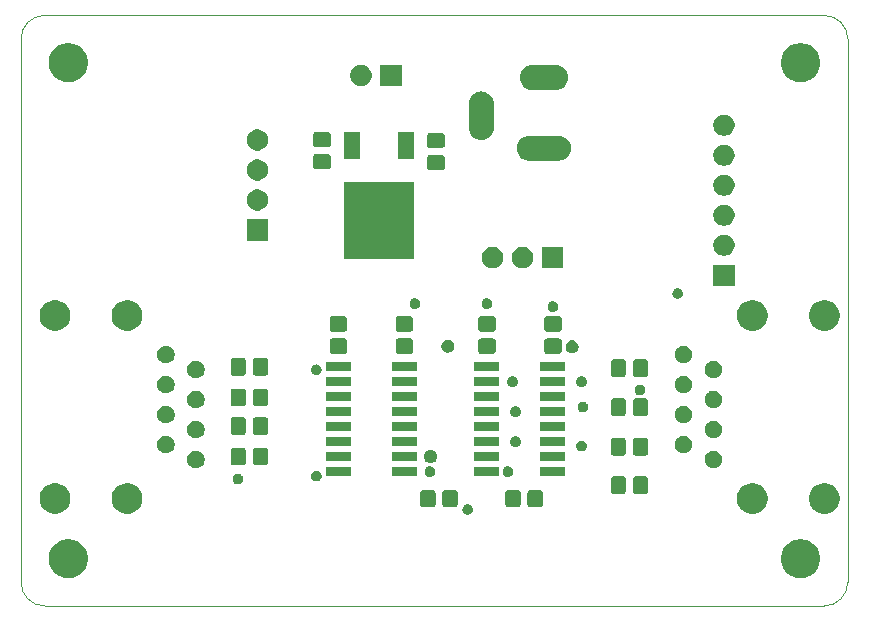
<source format=gts>
G04 #@! TF.GenerationSoftware,KiCad,Pcbnew,5.1.6-c6e7f7d~87~ubuntu18.04.1*
G04 #@! TF.CreationDate,2020-08-30T13:04:45+02:00*
G04 #@! TF.ProjectId,s88iso,73383869-736f-42e6-9b69-6361645f7063,2020/08*
G04 #@! TF.SameCoordinates,Original*
G04 #@! TF.FileFunction,Soldermask,Top*
G04 #@! TF.FilePolarity,Negative*
%FSLAX46Y46*%
G04 Gerber Fmt 4.6, Leading zero omitted, Abs format (unit mm)*
G04 Created by KiCad (PCBNEW 5.1.6-c6e7f7d~87~ubuntu18.04.1) date 2020-08-30 13:04:45*
%MOMM*%
%LPD*%
G01*
G04 APERTURE LIST*
G04 #@! TA.AperFunction,Profile*
%ADD10C,0.050000*%
G04 #@! TD*
%ADD11C,0.100000*%
G04 APERTURE END LIST*
D10*
X100000000Y-128000000D02*
X100000000Y-82000000D01*
X168000000Y-130000000D02*
X102000000Y-130000000D01*
X170000000Y-82000000D02*
X170000000Y-128000000D01*
X168000000Y-80000000D02*
X102000000Y-80000000D01*
X100000000Y-82000000D02*
G75*
G02*
X102000000Y-80000000I2000000J0D01*
G01*
X168000000Y-80000000D02*
G75*
G02*
X170000000Y-82000000I0J-2000000D01*
G01*
X170000000Y-128000000D02*
G75*
G02*
X168000000Y-130000000I-2000000J0D01*
G01*
X102000000Y-130000000D02*
G75*
G02*
X100000000Y-128000000I0J2000000D01*
G01*
D11*
G36*
X166375256Y-124391298D02*
G01*
X166481579Y-124412447D01*
X166782042Y-124536903D01*
X167052451Y-124717585D01*
X167282415Y-124947549D01*
X167463097Y-125217958D01*
X167587553Y-125518421D01*
X167651000Y-125837391D01*
X167651000Y-126162609D01*
X167587553Y-126481579D01*
X167463097Y-126782042D01*
X167282415Y-127052451D01*
X167052451Y-127282415D01*
X166782042Y-127463097D01*
X166481579Y-127587553D01*
X166375256Y-127608702D01*
X166162611Y-127651000D01*
X165837389Y-127651000D01*
X165624744Y-127608702D01*
X165518421Y-127587553D01*
X165217958Y-127463097D01*
X164947549Y-127282415D01*
X164717585Y-127052451D01*
X164536903Y-126782042D01*
X164412447Y-126481579D01*
X164349000Y-126162609D01*
X164349000Y-125837391D01*
X164412447Y-125518421D01*
X164536903Y-125217958D01*
X164717585Y-124947549D01*
X164947549Y-124717585D01*
X165217958Y-124536903D01*
X165518421Y-124412447D01*
X165624744Y-124391298D01*
X165837389Y-124349000D01*
X166162611Y-124349000D01*
X166375256Y-124391298D01*
G37*
G36*
X104375256Y-124391298D02*
G01*
X104481579Y-124412447D01*
X104782042Y-124536903D01*
X105052451Y-124717585D01*
X105282415Y-124947549D01*
X105463097Y-125217958D01*
X105587553Y-125518421D01*
X105651000Y-125837391D01*
X105651000Y-126162609D01*
X105587553Y-126481579D01*
X105463097Y-126782042D01*
X105282415Y-127052451D01*
X105052451Y-127282415D01*
X104782042Y-127463097D01*
X104481579Y-127587553D01*
X104375256Y-127608702D01*
X104162611Y-127651000D01*
X103837389Y-127651000D01*
X103624744Y-127608702D01*
X103518421Y-127587553D01*
X103217958Y-127463097D01*
X102947549Y-127282415D01*
X102717585Y-127052451D01*
X102536903Y-126782042D01*
X102412447Y-126481579D01*
X102349000Y-126162609D01*
X102349000Y-125837391D01*
X102412447Y-125518421D01*
X102536903Y-125217958D01*
X102717585Y-124947549D01*
X102947549Y-124717585D01*
X103217958Y-124536903D01*
X103518421Y-124412447D01*
X103624744Y-124391298D01*
X103837389Y-124349000D01*
X104162611Y-124349000D01*
X104375256Y-124391298D01*
G37*
G36*
X137951952Y-121384731D02*
G01*
X138034027Y-121418728D01*
X138034029Y-121418729D01*
X138070640Y-121443192D01*
X138086910Y-121454063D01*
X138107896Y-121468086D01*
X138170714Y-121530904D01*
X138216979Y-121600143D01*
X138220072Y-121604773D01*
X138254069Y-121686848D01*
X138271400Y-121773979D01*
X138271400Y-121862821D01*
X138254069Y-121949952D01*
X138220072Y-122032027D01*
X138220071Y-122032029D01*
X138170714Y-122105896D01*
X138107896Y-122168714D01*
X138034029Y-122218071D01*
X138034028Y-122218072D01*
X138034027Y-122218072D01*
X137951952Y-122252069D01*
X137864821Y-122269400D01*
X137775979Y-122269400D01*
X137688848Y-122252069D01*
X137606773Y-122218072D01*
X137606772Y-122218072D01*
X137606771Y-122218071D01*
X137532904Y-122168714D01*
X137470086Y-122105896D01*
X137420729Y-122032029D01*
X137420728Y-122032027D01*
X137386731Y-121949952D01*
X137369400Y-121862821D01*
X137369400Y-121773979D01*
X137386731Y-121686848D01*
X137420728Y-121604773D01*
X137423822Y-121600143D01*
X137470086Y-121530904D01*
X137532904Y-121468086D01*
X137553891Y-121454063D01*
X137570160Y-121443192D01*
X137606771Y-121418729D01*
X137606773Y-121418728D01*
X137688848Y-121384731D01*
X137775979Y-121367400D01*
X137864821Y-121367400D01*
X137951952Y-121384731D01*
G37*
G36*
X109358487Y-119647996D02*
G01*
X109595253Y-119746068D01*
X109595255Y-119746069D01*
X109808339Y-119888447D01*
X109989553Y-120069661D01*
X110105281Y-120242860D01*
X110131932Y-120282747D01*
X110230004Y-120519513D01*
X110280000Y-120770861D01*
X110280000Y-121027139D01*
X110230004Y-121278487D01*
X110151469Y-121468086D01*
X110131931Y-121515255D01*
X109989553Y-121728339D01*
X109808339Y-121909553D01*
X109595255Y-122051931D01*
X109595254Y-122051932D01*
X109595253Y-122051932D01*
X109358487Y-122150004D01*
X109107139Y-122200000D01*
X108850861Y-122200000D01*
X108599513Y-122150004D01*
X108362747Y-122051932D01*
X108362746Y-122051932D01*
X108362745Y-122051931D01*
X108149661Y-121909553D01*
X107968447Y-121728339D01*
X107826069Y-121515255D01*
X107806531Y-121468086D01*
X107727996Y-121278487D01*
X107678000Y-121027139D01*
X107678000Y-120770861D01*
X107727996Y-120519513D01*
X107826068Y-120282747D01*
X107852720Y-120242860D01*
X107968447Y-120069661D01*
X108149661Y-119888447D01*
X108362745Y-119746069D01*
X108362747Y-119746068D01*
X108599513Y-119647996D01*
X108850861Y-119598000D01*
X109107139Y-119598000D01*
X109358487Y-119647996D01*
G37*
G36*
X162291487Y-119647996D02*
G01*
X162528253Y-119746068D01*
X162528255Y-119746069D01*
X162741339Y-119888447D01*
X162922553Y-120069661D01*
X163038281Y-120242860D01*
X163064932Y-120282747D01*
X163163004Y-120519513D01*
X163213000Y-120770861D01*
X163213000Y-121027139D01*
X163163004Y-121278487D01*
X163084469Y-121468086D01*
X163064931Y-121515255D01*
X162922553Y-121728339D01*
X162741339Y-121909553D01*
X162528255Y-122051931D01*
X162528254Y-122051932D01*
X162528253Y-122051932D01*
X162291487Y-122150004D01*
X162040139Y-122200000D01*
X161783861Y-122200000D01*
X161532513Y-122150004D01*
X161295747Y-122051932D01*
X161295746Y-122051932D01*
X161295745Y-122051931D01*
X161082661Y-121909553D01*
X160901447Y-121728339D01*
X160759069Y-121515255D01*
X160739531Y-121468086D01*
X160660996Y-121278487D01*
X160611000Y-121027139D01*
X160611000Y-120770861D01*
X160660996Y-120519513D01*
X160759068Y-120282747D01*
X160785720Y-120242860D01*
X160901447Y-120069661D01*
X161082661Y-119888447D01*
X161295745Y-119746069D01*
X161295747Y-119746068D01*
X161532513Y-119647996D01*
X161783861Y-119598000D01*
X162040139Y-119598000D01*
X162291487Y-119647996D01*
G37*
G36*
X103258487Y-119647996D02*
G01*
X103495253Y-119746068D01*
X103495255Y-119746069D01*
X103708339Y-119888447D01*
X103889553Y-120069661D01*
X104005281Y-120242860D01*
X104031932Y-120282747D01*
X104130004Y-120519513D01*
X104180000Y-120770861D01*
X104180000Y-121027139D01*
X104130004Y-121278487D01*
X104051469Y-121468086D01*
X104031931Y-121515255D01*
X103889553Y-121728339D01*
X103708339Y-121909553D01*
X103495255Y-122051931D01*
X103495254Y-122051932D01*
X103495253Y-122051932D01*
X103258487Y-122150004D01*
X103007139Y-122200000D01*
X102750861Y-122200000D01*
X102499513Y-122150004D01*
X102262747Y-122051932D01*
X102262746Y-122051932D01*
X102262745Y-122051931D01*
X102049661Y-121909553D01*
X101868447Y-121728339D01*
X101726069Y-121515255D01*
X101706531Y-121468086D01*
X101627996Y-121278487D01*
X101578000Y-121027139D01*
X101578000Y-120770861D01*
X101627996Y-120519513D01*
X101726068Y-120282747D01*
X101752720Y-120242860D01*
X101868447Y-120069661D01*
X102049661Y-119888447D01*
X102262745Y-119746069D01*
X102262747Y-119746068D01*
X102499513Y-119647996D01*
X102750861Y-119598000D01*
X103007139Y-119598000D01*
X103258487Y-119647996D01*
G37*
G36*
X168391487Y-119647996D02*
G01*
X168628253Y-119746068D01*
X168628255Y-119746069D01*
X168841339Y-119888447D01*
X169022553Y-120069661D01*
X169138281Y-120242860D01*
X169164932Y-120282747D01*
X169263004Y-120519513D01*
X169313000Y-120770861D01*
X169313000Y-121027139D01*
X169263004Y-121278487D01*
X169184469Y-121468086D01*
X169164931Y-121515255D01*
X169022553Y-121728339D01*
X168841339Y-121909553D01*
X168628255Y-122051931D01*
X168628254Y-122051932D01*
X168628253Y-122051932D01*
X168391487Y-122150004D01*
X168140139Y-122200000D01*
X167883861Y-122200000D01*
X167632513Y-122150004D01*
X167395747Y-122051932D01*
X167395746Y-122051932D01*
X167395745Y-122051931D01*
X167182661Y-121909553D01*
X167001447Y-121728339D01*
X166859069Y-121515255D01*
X166839531Y-121468086D01*
X166760996Y-121278487D01*
X166711000Y-121027139D01*
X166711000Y-120770861D01*
X166760996Y-120519513D01*
X166859068Y-120282747D01*
X166885720Y-120242860D01*
X167001447Y-120069661D01*
X167182661Y-119888447D01*
X167395745Y-119746069D01*
X167395747Y-119746068D01*
X167632513Y-119647996D01*
X167883861Y-119598000D01*
X168140139Y-119598000D01*
X168391487Y-119647996D01*
G37*
G36*
X134883692Y-120158646D02*
G01*
X134932914Y-120173578D01*
X134978278Y-120197826D01*
X135018042Y-120230458D01*
X135050674Y-120270222D01*
X135074922Y-120315586D01*
X135089854Y-120364808D01*
X135095500Y-120422140D01*
X135095500Y-121385860D01*
X135089854Y-121443192D01*
X135074922Y-121492414D01*
X135050674Y-121537778D01*
X135018042Y-121577542D01*
X134978278Y-121610174D01*
X134932914Y-121634422D01*
X134883692Y-121649354D01*
X134826360Y-121655000D01*
X134062640Y-121655000D01*
X134005308Y-121649354D01*
X133956086Y-121634422D01*
X133910722Y-121610174D01*
X133870958Y-121577542D01*
X133838326Y-121537778D01*
X133814078Y-121492414D01*
X133799146Y-121443192D01*
X133793500Y-121385860D01*
X133793500Y-120422140D01*
X133799146Y-120364808D01*
X133814078Y-120315586D01*
X133838326Y-120270222D01*
X133870958Y-120230458D01*
X133910722Y-120197826D01*
X133956086Y-120173578D01*
X134005308Y-120158646D01*
X134062640Y-120153000D01*
X134826360Y-120153000D01*
X134883692Y-120158646D01*
G37*
G36*
X142097292Y-120158646D02*
G01*
X142146514Y-120173578D01*
X142191878Y-120197826D01*
X142231642Y-120230458D01*
X142264274Y-120270222D01*
X142288522Y-120315586D01*
X142303454Y-120364808D01*
X142309100Y-120422140D01*
X142309100Y-121385860D01*
X142303454Y-121443192D01*
X142288522Y-121492414D01*
X142264274Y-121537778D01*
X142231642Y-121577542D01*
X142191878Y-121610174D01*
X142146514Y-121634422D01*
X142097292Y-121649354D01*
X142039960Y-121655000D01*
X141276240Y-121655000D01*
X141218908Y-121649354D01*
X141169686Y-121634422D01*
X141124322Y-121610174D01*
X141084558Y-121577542D01*
X141051926Y-121537778D01*
X141027678Y-121492414D01*
X141012746Y-121443192D01*
X141007100Y-121385860D01*
X141007100Y-120422140D01*
X141012746Y-120364808D01*
X141027678Y-120315586D01*
X141051926Y-120270222D01*
X141084558Y-120230458D01*
X141124322Y-120197826D01*
X141169686Y-120173578D01*
X141218908Y-120158646D01*
X141276240Y-120153000D01*
X142039960Y-120153000D01*
X142097292Y-120158646D01*
G37*
G36*
X143972292Y-120158646D02*
G01*
X144021514Y-120173578D01*
X144066878Y-120197826D01*
X144106642Y-120230458D01*
X144139274Y-120270222D01*
X144163522Y-120315586D01*
X144178454Y-120364808D01*
X144184100Y-120422140D01*
X144184100Y-121385860D01*
X144178454Y-121443192D01*
X144163522Y-121492414D01*
X144139274Y-121537778D01*
X144106642Y-121577542D01*
X144066878Y-121610174D01*
X144021514Y-121634422D01*
X143972292Y-121649354D01*
X143914960Y-121655000D01*
X143151240Y-121655000D01*
X143093908Y-121649354D01*
X143044686Y-121634422D01*
X142999322Y-121610174D01*
X142959558Y-121577542D01*
X142926926Y-121537778D01*
X142902678Y-121492414D01*
X142887746Y-121443192D01*
X142882100Y-121385860D01*
X142882100Y-120422140D01*
X142887746Y-120364808D01*
X142902678Y-120315586D01*
X142926926Y-120270222D01*
X142959558Y-120230458D01*
X142999322Y-120197826D01*
X143044686Y-120173578D01*
X143093908Y-120158646D01*
X143151240Y-120153000D01*
X143914960Y-120153000D01*
X143972292Y-120158646D01*
G37*
G36*
X136758692Y-120158646D02*
G01*
X136807914Y-120173578D01*
X136853278Y-120197826D01*
X136893042Y-120230458D01*
X136925674Y-120270222D01*
X136949922Y-120315586D01*
X136964854Y-120364808D01*
X136970500Y-120422140D01*
X136970500Y-121385860D01*
X136964854Y-121443192D01*
X136949922Y-121492414D01*
X136925674Y-121537778D01*
X136893042Y-121577542D01*
X136853278Y-121610174D01*
X136807914Y-121634422D01*
X136758692Y-121649354D01*
X136701360Y-121655000D01*
X135937640Y-121655000D01*
X135880308Y-121649354D01*
X135831086Y-121634422D01*
X135785722Y-121610174D01*
X135745958Y-121577542D01*
X135713326Y-121537778D01*
X135689078Y-121492414D01*
X135674146Y-121443192D01*
X135668500Y-121385860D01*
X135668500Y-120422140D01*
X135674146Y-120364808D01*
X135689078Y-120315586D01*
X135713326Y-120270222D01*
X135745958Y-120230458D01*
X135785722Y-120197826D01*
X135831086Y-120173578D01*
X135880308Y-120158646D01*
X135937640Y-120153000D01*
X136701360Y-120153000D01*
X136758692Y-120158646D01*
G37*
G36*
X151012692Y-119015646D02*
G01*
X151061914Y-119030578D01*
X151107278Y-119054826D01*
X151147042Y-119087458D01*
X151179674Y-119127222D01*
X151203922Y-119172586D01*
X151218854Y-119221808D01*
X151224500Y-119279140D01*
X151224500Y-120242860D01*
X151218854Y-120300192D01*
X151203922Y-120349414D01*
X151179674Y-120394778D01*
X151147042Y-120434542D01*
X151107278Y-120467174D01*
X151061914Y-120491422D01*
X151012692Y-120506354D01*
X150955360Y-120512000D01*
X150191640Y-120512000D01*
X150134308Y-120506354D01*
X150085086Y-120491422D01*
X150039722Y-120467174D01*
X149999958Y-120434542D01*
X149967326Y-120394778D01*
X149943078Y-120349414D01*
X149928146Y-120300192D01*
X149922500Y-120242860D01*
X149922500Y-119279140D01*
X149928146Y-119221808D01*
X149943078Y-119172586D01*
X149967326Y-119127222D01*
X149999958Y-119087458D01*
X150039722Y-119054826D01*
X150085086Y-119030578D01*
X150134308Y-119015646D01*
X150191640Y-119010000D01*
X150955360Y-119010000D01*
X151012692Y-119015646D01*
G37*
G36*
X152887692Y-119015646D02*
G01*
X152936914Y-119030578D01*
X152982278Y-119054826D01*
X153022042Y-119087458D01*
X153054674Y-119127222D01*
X153078922Y-119172586D01*
X153093854Y-119221808D01*
X153099500Y-119279140D01*
X153099500Y-120242860D01*
X153093854Y-120300192D01*
X153078922Y-120349414D01*
X153054674Y-120394778D01*
X153022042Y-120434542D01*
X152982278Y-120467174D01*
X152936914Y-120491422D01*
X152887692Y-120506354D01*
X152830360Y-120512000D01*
X152066640Y-120512000D01*
X152009308Y-120506354D01*
X151960086Y-120491422D01*
X151914722Y-120467174D01*
X151874958Y-120434542D01*
X151842326Y-120394778D01*
X151818078Y-120349414D01*
X151803146Y-120300192D01*
X151797500Y-120242860D01*
X151797500Y-119279140D01*
X151803146Y-119221808D01*
X151818078Y-119172586D01*
X151842326Y-119127222D01*
X151874958Y-119087458D01*
X151914722Y-119054826D01*
X151960086Y-119030578D01*
X152009308Y-119015646D01*
X152066640Y-119010000D01*
X152830360Y-119010000D01*
X152887692Y-119015646D01*
G37*
G36*
X118495552Y-118819331D02*
G01*
X118577627Y-118853328D01*
X118577629Y-118853329D01*
X118600256Y-118868448D01*
X118651495Y-118902685D01*
X118714315Y-118965505D01*
X118716463Y-118968720D01*
X118757796Y-119030578D01*
X118763672Y-119039373D01*
X118797669Y-119121448D01*
X118815000Y-119208579D01*
X118815000Y-119297421D01*
X118797669Y-119384552D01*
X118770145Y-119451000D01*
X118763671Y-119466629D01*
X118714314Y-119540496D01*
X118651496Y-119603314D01*
X118577629Y-119652671D01*
X118577628Y-119652672D01*
X118577627Y-119652672D01*
X118495552Y-119686669D01*
X118408421Y-119704000D01*
X118319579Y-119704000D01*
X118232448Y-119686669D01*
X118150373Y-119652672D01*
X118150372Y-119652672D01*
X118150371Y-119652671D01*
X118076504Y-119603314D01*
X118013686Y-119540496D01*
X117964329Y-119466629D01*
X117957855Y-119451000D01*
X117930331Y-119384552D01*
X117913000Y-119297421D01*
X117913000Y-119208579D01*
X117930331Y-119121448D01*
X117964328Y-119039373D01*
X117970205Y-119030578D01*
X118011537Y-118968720D01*
X118013685Y-118965505D01*
X118076505Y-118902685D01*
X118127744Y-118868448D01*
X118150371Y-118853329D01*
X118150373Y-118853328D01*
X118232448Y-118819331D01*
X118319579Y-118802000D01*
X118408421Y-118802000D01*
X118495552Y-118819331D01*
G37*
G36*
X125131552Y-118566331D02*
G01*
X125213627Y-118600328D01*
X125213629Y-118600329D01*
X125250813Y-118625175D01*
X125287495Y-118649685D01*
X125350315Y-118712505D01*
X125399672Y-118786373D01*
X125433669Y-118868448D01*
X125451000Y-118955579D01*
X125451000Y-119044421D01*
X125433669Y-119131552D01*
X125399672Y-119213627D01*
X125355898Y-119279140D01*
X125350314Y-119287496D01*
X125287496Y-119350314D01*
X125213629Y-119399671D01*
X125213628Y-119399672D01*
X125213627Y-119399672D01*
X125131552Y-119433669D01*
X125044421Y-119451000D01*
X124955579Y-119451000D01*
X124868448Y-119433669D01*
X124786373Y-119399672D01*
X124786372Y-119399672D01*
X124786371Y-119399671D01*
X124712504Y-119350314D01*
X124649686Y-119287496D01*
X124644103Y-119279140D01*
X124600328Y-119213627D01*
X124566331Y-119131552D01*
X124549000Y-119044421D01*
X124549000Y-118955579D01*
X124566331Y-118868448D01*
X124600328Y-118786373D01*
X124649685Y-118712505D01*
X124712505Y-118649685D01*
X124749187Y-118625175D01*
X124786371Y-118600329D01*
X124786373Y-118600328D01*
X124868448Y-118566331D01*
X124955579Y-118549000D01*
X125044421Y-118549000D01*
X125131552Y-118566331D01*
G37*
G36*
X134751552Y-118184331D02*
G01*
X134833627Y-118218328D01*
X134833629Y-118218329D01*
X134870813Y-118243175D01*
X134907495Y-118267685D01*
X134970315Y-118330505D01*
X135019672Y-118404373D01*
X135053669Y-118486448D01*
X135071000Y-118573579D01*
X135071000Y-118662421D01*
X135053669Y-118749552D01*
X135019672Y-118831627D01*
X134970315Y-118905495D01*
X134907495Y-118968315D01*
X134870813Y-118992825D01*
X134833629Y-119017671D01*
X134833628Y-119017672D01*
X134833627Y-119017672D01*
X134751552Y-119051669D01*
X134664421Y-119069000D01*
X134575579Y-119069000D01*
X134488448Y-119051669D01*
X134406373Y-119017672D01*
X134406372Y-119017672D01*
X134406371Y-119017671D01*
X134369187Y-118992825D01*
X134332505Y-118968315D01*
X134269685Y-118905495D01*
X134220328Y-118831627D01*
X134186331Y-118749552D01*
X134169000Y-118662421D01*
X134169000Y-118573579D01*
X134186331Y-118486448D01*
X134220328Y-118404373D01*
X134269685Y-118330505D01*
X134332505Y-118267685D01*
X134369187Y-118243175D01*
X134406371Y-118218329D01*
X134406373Y-118218328D01*
X134488448Y-118184331D01*
X134575579Y-118167000D01*
X134664421Y-118167000D01*
X134751552Y-118184331D01*
G37*
G36*
X141355552Y-118184331D02*
G01*
X141437627Y-118218328D01*
X141437629Y-118218329D01*
X141474813Y-118243175D01*
X141511495Y-118267685D01*
X141574315Y-118330505D01*
X141623672Y-118404373D01*
X141657669Y-118486448D01*
X141675000Y-118573579D01*
X141675000Y-118662421D01*
X141657669Y-118749552D01*
X141623672Y-118831627D01*
X141574315Y-118905495D01*
X141511495Y-118968315D01*
X141474813Y-118992825D01*
X141437629Y-119017671D01*
X141437628Y-119017672D01*
X141437627Y-119017672D01*
X141355552Y-119051669D01*
X141268421Y-119069000D01*
X141179579Y-119069000D01*
X141092448Y-119051669D01*
X141010373Y-119017672D01*
X141010372Y-119017672D01*
X141010371Y-119017671D01*
X140973187Y-118992825D01*
X140936505Y-118968315D01*
X140873685Y-118905495D01*
X140824328Y-118831627D01*
X140790331Y-118749552D01*
X140773000Y-118662421D01*
X140773000Y-118573579D01*
X140790331Y-118486448D01*
X140824328Y-118404373D01*
X140873685Y-118330505D01*
X140936505Y-118267685D01*
X140973187Y-118243175D01*
X141010371Y-118218329D01*
X141010373Y-118218328D01*
X141092448Y-118184331D01*
X141179579Y-118167000D01*
X141268421Y-118167000D01*
X141355552Y-118184331D01*
G37*
G36*
X146084490Y-118968720D02*
G01*
X143983510Y-118968720D01*
X143983510Y-118267280D01*
X146084490Y-118267280D01*
X146084490Y-118968720D01*
G37*
G36*
X133511490Y-118968720D02*
G01*
X131410510Y-118968720D01*
X131410510Y-118267280D01*
X133511490Y-118267280D01*
X133511490Y-118968720D01*
G37*
G36*
X127923490Y-118968720D02*
G01*
X125822510Y-118968720D01*
X125822510Y-118267280D01*
X127923490Y-118267280D01*
X127923490Y-118968720D01*
G37*
G36*
X140496490Y-118968720D02*
G01*
X138395510Y-118968720D01*
X138395510Y-118267280D01*
X140496490Y-118267280D01*
X140496490Y-118968720D01*
G37*
G36*
X158841059Y-116871860D02*
G01*
X158926718Y-116907341D01*
X158977732Y-116928472D01*
X159100735Y-117010660D01*
X159205340Y-117115265D01*
X159283456Y-117232174D01*
X159287529Y-117238270D01*
X159295048Y-117256422D01*
X159344140Y-117374941D01*
X159373000Y-117520033D01*
X159373000Y-117667967D01*
X159344140Y-117813059D01*
X159287528Y-117949732D01*
X159205340Y-118072735D01*
X159100735Y-118177340D01*
X158977732Y-118259528D01*
X158977731Y-118259529D01*
X158977730Y-118259529D01*
X158841059Y-118316140D01*
X158695968Y-118345000D01*
X158548032Y-118345000D01*
X158402941Y-118316140D01*
X158266270Y-118259529D01*
X158266269Y-118259529D01*
X158266268Y-118259528D01*
X158143265Y-118177340D01*
X158038660Y-118072735D01*
X157956472Y-117949732D01*
X157899860Y-117813059D01*
X157871000Y-117667967D01*
X157871000Y-117520033D01*
X157899860Y-117374941D01*
X157948952Y-117256422D01*
X157956471Y-117238270D01*
X157960544Y-117232174D01*
X158038660Y-117115265D01*
X158143265Y-117010660D01*
X158266268Y-116928472D01*
X158317283Y-116907341D01*
X158402941Y-116871860D01*
X158548032Y-116843000D01*
X158695968Y-116843000D01*
X158841059Y-116871860D01*
G37*
G36*
X115028059Y-116871860D02*
G01*
X115113718Y-116907341D01*
X115164732Y-116928472D01*
X115287735Y-117010660D01*
X115392340Y-117115265D01*
X115470456Y-117232174D01*
X115474529Y-117238270D01*
X115482048Y-117256422D01*
X115531140Y-117374941D01*
X115560000Y-117520033D01*
X115560000Y-117667967D01*
X115531140Y-117813059D01*
X115474528Y-117949732D01*
X115392340Y-118072735D01*
X115287735Y-118177340D01*
X115164732Y-118259528D01*
X115164731Y-118259529D01*
X115164730Y-118259529D01*
X115028059Y-118316140D01*
X114882968Y-118345000D01*
X114735032Y-118345000D01*
X114589941Y-118316140D01*
X114453270Y-118259529D01*
X114453269Y-118259529D01*
X114453268Y-118259528D01*
X114330265Y-118177340D01*
X114225660Y-118072735D01*
X114143472Y-117949732D01*
X114086860Y-117813059D01*
X114058000Y-117667967D01*
X114058000Y-117520033D01*
X114086860Y-117374941D01*
X114135952Y-117256422D01*
X114143471Y-117238270D01*
X114147544Y-117232174D01*
X114225660Y-117115265D01*
X114330265Y-117010660D01*
X114453268Y-116928472D01*
X114504283Y-116907341D01*
X114589941Y-116871860D01*
X114735032Y-116843000D01*
X114882968Y-116843000D01*
X115028059Y-116871860D01*
G37*
G36*
X120705692Y-116603646D02*
G01*
X120754914Y-116618578D01*
X120800278Y-116642826D01*
X120840042Y-116675458D01*
X120872674Y-116715222D01*
X120896922Y-116760586D01*
X120911854Y-116809808D01*
X120917500Y-116867140D01*
X120917500Y-117830860D01*
X120911854Y-117888192D01*
X120896922Y-117937414D01*
X120872674Y-117982778D01*
X120840042Y-118022542D01*
X120800278Y-118055174D01*
X120754914Y-118079422D01*
X120705692Y-118094354D01*
X120648360Y-118100000D01*
X119884640Y-118100000D01*
X119827308Y-118094354D01*
X119778086Y-118079422D01*
X119732722Y-118055174D01*
X119692958Y-118022542D01*
X119660326Y-117982778D01*
X119636078Y-117937414D01*
X119621146Y-117888192D01*
X119615500Y-117830860D01*
X119615500Y-116867140D01*
X119621146Y-116809808D01*
X119636078Y-116760586D01*
X119660326Y-116715222D01*
X119692958Y-116675458D01*
X119732722Y-116642826D01*
X119778086Y-116618578D01*
X119827308Y-116603646D01*
X119884640Y-116598000D01*
X120648360Y-116598000D01*
X120705692Y-116603646D01*
G37*
G36*
X118830692Y-116603646D02*
G01*
X118879914Y-116618578D01*
X118925278Y-116642826D01*
X118965042Y-116675458D01*
X118997674Y-116715222D01*
X119021922Y-116760586D01*
X119036854Y-116809808D01*
X119042500Y-116867140D01*
X119042500Y-117830860D01*
X119036854Y-117888192D01*
X119021922Y-117937414D01*
X118997674Y-117982778D01*
X118965042Y-118022542D01*
X118925278Y-118055174D01*
X118879914Y-118079422D01*
X118830692Y-118094354D01*
X118773360Y-118100000D01*
X118009640Y-118100000D01*
X117952308Y-118094354D01*
X117903086Y-118079422D01*
X117857722Y-118055174D01*
X117817958Y-118022542D01*
X117785326Y-117982778D01*
X117761078Y-117937414D01*
X117746146Y-117888192D01*
X117740500Y-117830860D01*
X117740500Y-116867140D01*
X117746146Y-116809808D01*
X117761078Y-116760586D01*
X117785326Y-116715222D01*
X117817958Y-116675458D01*
X117857722Y-116642826D01*
X117903086Y-116618578D01*
X117952308Y-116603646D01*
X118009640Y-116598000D01*
X118773360Y-116598000D01*
X118830692Y-116603646D01*
G37*
G36*
X134831521Y-116818174D02*
G01*
X134931795Y-116859709D01*
X134942916Y-116867140D01*
X135022042Y-116920010D01*
X135098790Y-116996758D01*
X135106208Y-117007860D01*
X135159091Y-117087005D01*
X135200626Y-117187279D01*
X135221800Y-117293730D01*
X135221800Y-117402270D01*
X135200626Y-117508721D01*
X135159091Y-117608995D01*
X135159090Y-117608996D01*
X135098790Y-117699242D01*
X135022042Y-117775990D01*
X134976612Y-117806345D01*
X134931795Y-117836291D01*
X134831521Y-117877826D01*
X134725070Y-117899000D01*
X134616530Y-117899000D01*
X134510079Y-117877826D01*
X134409805Y-117836291D01*
X134364988Y-117806345D01*
X134319558Y-117775990D01*
X134242810Y-117699242D01*
X134182510Y-117608996D01*
X134182509Y-117608995D01*
X134140974Y-117508721D01*
X134119800Y-117402270D01*
X134119800Y-117293730D01*
X134140974Y-117187279D01*
X134182509Y-117087005D01*
X134235392Y-117007860D01*
X134242810Y-116996758D01*
X134319558Y-116920010D01*
X134398684Y-116867140D01*
X134409805Y-116859709D01*
X134510079Y-116818174D01*
X134616530Y-116797000D01*
X134725070Y-116797000D01*
X134831521Y-116818174D01*
G37*
G36*
X133511490Y-117698720D02*
G01*
X131410510Y-117698720D01*
X131410510Y-116997280D01*
X133511490Y-116997280D01*
X133511490Y-117698720D01*
G37*
G36*
X127923490Y-117698720D02*
G01*
X125822510Y-117698720D01*
X125822510Y-116997280D01*
X127923490Y-116997280D01*
X127923490Y-117698720D01*
G37*
G36*
X146084490Y-117698720D02*
G01*
X143983510Y-117698720D01*
X143983510Y-116997280D01*
X146084490Y-116997280D01*
X146084490Y-117698720D01*
G37*
G36*
X140496490Y-117698720D02*
G01*
X138395510Y-117698720D01*
X138395510Y-116997280D01*
X140496490Y-116997280D01*
X140496490Y-117698720D01*
G37*
G36*
X152887692Y-115780646D02*
G01*
X152936914Y-115795578D01*
X152982278Y-115819826D01*
X153022042Y-115852458D01*
X153054674Y-115892222D01*
X153078922Y-115937586D01*
X153093854Y-115986808D01*
X153099500Y-116044140D01*
X153099500Y-117007860D01*
X153093854Y-117065192D01*
X153078922Y-117114414D01*
X153054674Y-117159778D01*
X153022042Y-117199542D01*
X152982278Y-117232174D01*
X152936914Y-117256422D01*
X152887692Y-117271354D01*
X152830360Y-117277000D01*
X152066640Y-117277000D01*
X152009308Y-117271354D01*
X151960086Y-117256422D01*
X151914722Y-117232174D01*
X151874958Y-117199542D01*
X151842326Y-117159778D01*
X151818078Y-117114414D01*
X151803146Y-117065192D01*
X151797500Y-117007860D01*
X151797500Y-116044140D01*
X151803146Y-115986808D01*
X151818078Y-115937586D01*
X151842326Y-115892222D01*
X151874958Y-115852458D01*
X151914722Y-115819826D01*
X151960086Y-115795578D01*
X152009308Y-115780646D01*
X152066640Y-115775000D01*
X152830360Y-115775000D01*
X152887692Y-115780646D01*
G37*
G36*
X151012692Y-115780646D02*
G01*
X151061914Y-115795578D01*
X151107278Y-115819826D01*
X151147042Y-115852458D01*
X151179674Y-115892222D01*
X151203922Y-115937586D01*
X151218854Y-115986808D01*
X151224500Y-116044140D01*
X151224500Y-117007860D01*
X151218854Y-117065192D01*
X151203922Y-117114414D01*
X151179674Y-117159778D01*
X151147042Y-117199542D01*
X151107278Y-117232174D01*
X151061914Y-117256422D01*
X151012692Y-117271354D01*
X150955360Y-117277000D01*
X150191640Y-117277000D01*
X150134308Y-117271354D01*
X150085086Y-117256422D01*
X150039722Y-117232174D01*
X149999958Y-117199542D01*
X149967326Y-117159778D01*
X149943078Y-117114414D01*
X149928146Y-117065192D01*
X149922500Y-117007860D01*
X149922500Y-116044140D01*
X149928146Y-115986808D01*
X149943078Y-115937586D01*
X149967326Y-115892222D01*
X149999958Y-115852458D01*
X150039722Y-115819826D01*
X150085086Y-115795578D01*
X150134308Y-115780646D01*
X150191640Y-115775000D01*
X150955360Y-115775000D01*
X151012692Y-115780646D01*
G37*
G36*
X156301059Y-115601860D02*
G01*
X156386718Y-115637341D01*
X156437732Y-115658472D01*
X156560735Y-115740660D01*
X156665340Y-115845265D01*
X156727027Y-115937586D01*
X156747529Y-115968270D01*
X156804140Y-116104941D01*
X156833000Y-116250032D01*
X156833000Y-116397968D01*
X156804140Y-116543059D01*
X156749299Y-116675458D01*
X156747528Y-116679732D01*
X156665340Y-116802735D01*
X156560735Y-116907340D01*
X156437732Y-116989528D01*
X156437731Y-116989529D01*
X156437730Y-116989529D01*
X156301059Y-117046140D01*
X156155968Y-117075000D01*
X156008032Y-117075000D01*
X155862941Y-117046140D01*
X155726270Y-116989529D01*
X155726269Y-116989529D01*
X155726268Y-116989528D01*
X155603265Y-116907340D01*
X155498660Y-116802735D01*
X155416472Y-116679732D01*
X155414702Y-116675458D01*
X155359860Y-116543059D01*
X155331000Y-116397968D01*
X155331000Y-116250032D01*
X155359860Y-116104941D01*
X155416471Y-115968270D01*
X155436973Y-115937586D01*
X155498660Y-115845265D01*
X155603265Y-115740660D01*
X155726268Y-115658472D01*
X155777283Y-115637341D01*
X155862941Y-115601860D01*
X156008032Y-115573000D01*
X156155968Y-115573000D01*
X156301059Y-115601860D01*
G37*
G36*
X112488059Y-115601860D02*
G01*
X112573718Y-115637341D01*
X112624732Y-115658472D01*
X112747735Y-115740660D01*
X112852340Y-115845265D01*
X112914027Y-115937586D01*
X112934529Y-115968270D01*
X112991140Y-116104941D01*
X113020000Y-116250032D01*
X113020000Y-116397968D01*
X112991140Y-116543059D01*
X112936299Y-116675458D01*
X112934528Y-116679732D01*
X112852340Y-116802735D01*
X112747735Y-116907340D01*
X112624732Y-116989528D01*
X112624731Y-116989529D01*
X112624730Y-116989529D01*
X112488059Y-117046140D01*
X112342968Y-117075000D01*
X112195032Y-117075000D01*
X112049941Y-117046140D01*
X111913270Y-116989529D01*
X111913269Y-116989529D01*
X111913268Y-116989528D01*
X111790265Y-116907340D01*
X111685660Y-116802735D01*
X111603472Y-116679732D01*
X111601702Y-116675458D01*
X111546860Y-116543059D01*
X111518000Y-116397968D01*
X111518000Y-116250032D01*
X111546860Y-116104941D01*
X111603471Y-115968270D01*
X111623973Y-115937586D01*
X111685660Y-115845265D01*
X111790265Y-115740660D01*
X111913268Y-115658472D01*
X111964283Y-115637341D01*
X112049941Y-115601860D01*
X112195032Y-115573000D01*
X112342968Y-115573000D01*
X112488059Y-115601860D01*
G37*
G36*
X147578552Y-116025331D02*
G01*
X147660627Y-116059328D01*
X147660629Y-116059329D01*
X147697813Y-116084175D01*
X147734495Y-116108685D01*
X147797315Y-116171505D01*
X147846672Y-116245373D01*
X147880669Y-116327448D01*
X147898000Y-116414579D01*
X147898000Y-116503421D01*
X147880669Y-116590552D01*
X147859016Y-116642826D01*
X147846671Y-116672629D01*
X147841926Y-116679730D01*
X147797315Y-116746495D01*
X147734495Y-116809315D01*
X147721235Y-116818175D01*
X147660629Y-116858671D01*
X147660628Y-116858672D01*
X147660627Y-116858672D01*
X147578552Y-116892669D01*
X147491421Y-116910000D01*
X147402579Y-116910000D01*
X147315448Y-116892669D01*
X147233373Y-116858672D01*
X147233372Y-116858672D01*
X147233371Y-116858671D01*
X147172765Y-116818175D01*
X147159505Y-116809315D01*
X147096685Y-116746495D01*
X147052074Y-116679730D01*
X147047329Y-116672629D01*
X147034984Y-116642826D01*
X147013331Y-116590552D01*
X146996000Y-116503421D01*
X146996000Y-116414579D01*
X147013331Y-116327448D01*
X147047328Y-116245373D01*
X147096685Y-116171505D01*
X147159505Y-116108685D01*
X147196187Y-116084175D01*
X147233371Y-116059329D01*
X147233373Y-116059328D01*
X147315448Y-116025331D01*
X147402579Y-116008000D01*
X147491421Y-116008000D01*
X147578552Y-116025331D01*
G37*
G36*
X141990552Y-115644331D02*
G01*
X142072627Y-115678328D01*
X142072629Y-115678329D01*
X142109813Y-115703175D01*
X142146495Y-115727685D01*
X142209315Y-115790505D01*
X142215510Y-115799777D01*
X142245905Y-115845265D01*
X142258672Y-115864373D01*
X142292669Y-115946448D01*
X142310000Y-116033579D01*
X142310000Y-116122421D01*
X142292669Y-116209552D01*
X142258672Y-116291627D01*
X142209315Y-116365495D01*
X142146495Y-116428315D01*
X142109813Y-116452825D01*
X142072629Y-116477671D01*
X142072628Y-116477672D01*
X142072627Y-116477672D01*
X141990552Y-116511669D01*
X141903421Y-116529000D01*
X141814579Y-116529000D01*
X141727448Y-116511669D01*
X141645373Y-116477672D01*
X141645372Y-116477672D01*
X141645371Y-116477671D01*
X141608187Y-116452825D01*
X141571505Y-116428315D01*
X141508685Y-116365495D01*
X141459328Y-116291627D01*
X141425331Y-116209552D01*
X141408000Y-116122421D01*
X141408000Y-116033579D01*
X141425331Y-115946448D01*
X141459328Y-115864373D01*
X141472096Y-115845265D01*
X141502490Y-115799777D01*
X141508685Y-115790505D01*
X141571505Y-115727685D01*
X141608187Y-115703175D01*
X141645371Y-115678329D01*
X141645373Y-115678328D01*
X141727448Y-115644331D01*
X141814579Y-115627000D01*
X141903421Y-115627000D01*
X141990552Y-115644331D01*
G37*
G36*
X127923490Y-116428720D02*
G01*
X125822510Y-116428720D01*
X125822510Y-115727280D01*
X127923490Y-115727280D01*
X127923490Y-116428720D01*
G37*
G36*
X140496490Y-116428720D02*
G01*
X138395510Y-116428720D01*
X138395510Y-115727280D01*
X140496490Y-115727280D01*
X140496490Y-116428720D01*
G37*
G36*
X133511490Y-116428720D02*
G01*
X131410510Y-116428720D01*
X131410510Y-115727280D01*
X133511490Y-115727280D01*
X133511490Y-116428720D01*
G37*
G36*
X146084490Y-116428720D02*
G01*
X143983510Y-116428720D01*
X143983510Y-115727280D01*
X146084490Y-115727280D01*
X146084490Y-116428720D01*
G37*
G36*
X158841059Y-114331860D02*
G01*
X158926718Y-114367341D01*
X158977732Y-114388472D01*
X159100735Y-114470660D01*
X159205340Y-114575265D01*
X159287528Y-114698268D01*
X159344140Y-114834941D01*
X159373000Y-114980033D01*
X159373000Y-115127967D01*
X159344140Y-115273059D01*
X159287528Y-115409732D01*
X159205340Y-115532735D01*
X159100735Y-115637340D01*
X158977732Y-115719528D01*
X158977731Y-115719529D01*
X158977730Y-115719529D01*
X158841059Y-115776140D01*
X158695968Y-115805000D01*
X158548032Y-115805000D01*
X158402941Y-115776140D01*
X158266270Y-115719529D01*
X158266269Y-115719529D01*
X158266268Y-115719528D01*
X158143265Y-115637340D01*
X158038660Y-115532735D01*
X157956472Y-115409732D01*
X157899860Y-115273059D01*
X157871000Y-115127967D01*
X157871000Y-114980033D01*
X157899860Y-114834941D01*
X157956472Y-114698268D01*
X158038660Y-114575265D01*
X158143265Y-114470660D01*
X158266268Y-114388472D01*
X158317283Y-114367341D01*
X158402941Y-114331860D01*
X158548032Y-114303000D01*
X158695968Y-114303000D01*
X158841059Y-114331860D01*
G37*
G36*
X115028059Y-114331860D02*
G01*
X115113718Y-114367341D01*
X115164732Y-114388472D01*
X115287735Y-114470660D01*
X115392340Y-114575265D01*
X115474528Y-114698268D01*
X115531140Y-114834941D01*
X115560000Y-114980033D01*
X115560000Y-115127967D01*
X115531140Y-115273059D01*
X115474528Y-115409732D01*
X115392340Y-115532735D01*
X115287735Y-115637340D01*
X115164732Y-115719528D01*
X115164731Y-115719529D01*
X115164730Y-115719529D01*
X115028059Y-115776140D01*
X114882968Y-115805000D01*
X114735032Y-115805000D01*
X114589941Y-115776140D01*
X114453270Y-115719529D01*
X114453269Y-115719529D01*
X114453268Y-115719528D01*
X114330265Y-115637340D01*
X114225660Y-115532735D01*
X114143472Y-115409732D01*
X114086860Y-115273059D01*
X114058000Y-115127967D01*
X114058000Y-114980033D01*
X114086860Y-114834941D01*
X114143472Y-114698268D01*
X114225660Y-114575265D01*
X114330265Y-114470660D01*
X114453268Y-114388472D01*
X114504283Y-114367341D01*
X114589941Y-114331860D01*
X114735032Y-114303000D01*
X114882968Y-114303000D01*
X115028059Y-114331860D01*
G37*
G36*
X118830692Y-114011846D02*
G01*
X118879914Y-114026778D01*
X118925278Y-114051026D01*
X118965042Y-114083658D01*
X118997674Y-114123422D01*
X119021922Y-114168786D01*
X119036854Y-114218008D01*
X119042500Y-114275340D01*
X119042500Y-115239060D01*
X119036854Y-115296392D01*
X119021922Y-115345614D01*
X118997674Y-115390978D01*
X118965042Y-115430742D01*
X118925278Y-115463374D01*
X118879914Y-115487622D01*
X118830692Y-115502554D01*
X118773360Y-115508200D01*
X118009640Y-115508200D01*
X117952308Y-115502554D01*
X117903086Y-115487622D01*
X117857722Y-115463374D01*
X117817958Y-115430742D01*
X117785326Y-115390978D01*
X117761078Y-115345614D01*
X117746146Y-115296392D01*
X117740500Y-115239060D01*
X117740500Y-114275340D01*
X117746146Y-114218008D01*
X117761078Y-114168786D01*
X117785326Y-114123422D01*
X117817958Y-114083658D01*
X117857722Y-114051026D01*
X117903086Y-114026778D01*
X117952308Y-114011846D01*
X118009640Y-114006200D01*
X118773360Y-114006200D01*
X118830692Y-114011846D01*
G37*
G36*
X120705692Y-114011846D02*
G01*
X120754914Y-114026778D01*
X120800278Y-114051026D01*
X120840042Y-114083658D01*
X120872674Y-114123422D01*
X120896922Y-114168786D01*
X120911854Y-114218008D01*
X120917500Y-114275340D01*
X120917500Y-115239060D01*
X120911854Y-115296392D01*
X120896922Y-115345614D01*
X120872674Y-115390978D01*
X120840042Y-115430742D01*
X120800278Y-115463374D01*
X120754914Y-115487622D01*
X120705692Y-115502554D01*
X120648360Y-115508200D01*
X119884640Y-115508200D01*
X119827308Y-115502554D01*
X119778086Y-115487622D01*
X119732722Y-115463374D01*
X119692958Y-115430742D01*
X119660326Y-115390978D01*
X119636078Y-115345614D01*
X119621146Y-115296392D01*
X119615500Y-115239060D01*
X119615500Y-114275340D01*
X119621146Y-114218008D01*
X119636078Y-114168786D01*
X119660326Y-114123422D01*
X119692958Y-114083658D01*
X119732722Y-114051026D01*
X119778086Y-114026778D01*
X119827308Y-114011846D01*
X119884640Y-114006200D01*
X120648360Y-114006200D01*
X120705692Y-114011846D01*
G37*
G36*
X127923490Y-115158720D02*
G01*
X125822510Y-115158720D01*
X125822510Y-114457280D01*
X127923490Y-114457280D01*
X127923490Y-115158720D01*
G37*
G36*
X133511490Y-115158720D02*
G01*
X131410510Y-115158720D01*
X131410510Y-114457280D01*
X133511490Y-114457280D01*
X133511490Y-115158720D01*
G37*
G36*
X140496490Y-115158720D02*
G01*
X138395510Y-115158720D01*
X138395510Y-114457280D01*
X140496490Y-114457280D01*
X140496490Y-115158720D01*
G37*
G36*
X146084490Y-115158720D02*
G01*
X143983510Y-115158720D01*
X143983510Y-114457280D01*
X146084490Y-114457280D01*
X146084490Y-115158720D01*
G37*
G36*
X156301059Y-113061860D02*
G01*
X156386718Y-113097341D01*
X156437732Y-113118472D01*
X156560735Y-113200660D01*
X156665340Y-113305265D01*
X156709015Y-113370629D01*
X156747529Y-113428270D01*
X156804140Y-113564941D01*
X156833000Y-113710032D01*
X156833000Y-113857968D01*
X156827141Y-113887422D01*
X156804140Y-114003059D01*
X156747528Y-114139732D01*
X156665340Y-114262735D01*
X156560735Y-114367340D01*
X156437732Y-114449528D01*
X156437731Y-114449529D01*
X156437730Y-114449529D01*
X156301059Y-114506140D01*
X156155968Y-114535000D01*
X156008032Y-114535000D01*
X155862941Y-114506140D01*
X155726270Y-114449529D01*
X155726269Y-114449529D01*
X155726268Y-114449528D01*
X155603265Y-114367340D01*
X155498660Y-114262735D01*
X155416472Y-114139732D01*
X155359860Y-114003059D01*
X155336859Y-113887422D01*
X155331000Y-113857968D01*
X155331000Y-113710032D01*
X155359860Y-113564941D01*
X155416471Y-113428270D01*
X155454985Y-113370629D01*
X155498660Y-113305265D01*
X155603265Y-113200660D01*
X155726268Y-113118472D01*
X155777283Y-113097341D01*
X155862941Y-113061860D01*
X156008032Y-113033000D01*
X156155968Y-113033000D01*
X156301059Y-113061860D01*
G37*
G36*
X112488059Y-113061860D02*
G01*
X112573718Y-113097341D01*
X112624732Y-113118472D01*
X112747735Y-113200660D01*
X112852340Y-113305265D01*
X112896015Y-113370629D01*
X112934529Y-113428270D01*
X112991140Y-113564941D01*
X113020000Y-113710032D01*
X113020000Y-113857968D01*
X113014141Y-113887422D01*
X112991140Y-114003059D01*
X112934528Y-114139732D01*
X112852340Y-114262735D01*
X112747735Y-114367340D01*
X112624732Y-114449528D01*
X112624731Y-114449529D01*
X112624730Y-114449529D01*
X112488059Y-114506140D01*
X112342968Y-114535000D01*
X112195032Y-114535000D01*
X112049941Y-114506140D01*
X111913270Y-114449529D01*
X111913269Y-114449529D01*
X111913268Y-114449528D01*
X111790265Y-114367340D01*
X111685660Y-114262735D01*
X111603472Y-114139732D01*
X111546860Y-114003059D01*
X111523859Y-113887422D01*
X111518000Y-113857968D01*
X111518000Y-113710032D01*
X111546860Y-113564941D01*
X111603471Y-113428270D01*
X111641985Y-113370629D01*
X111685660Y-113305265D01*
X111790265Y-113200660D01*
X111913268Y-113118472D01*
X111964283Y-113097341D01*
X112049941Y-113061860D01*
X112195032Y-113033000D01*
X112342968Y-113033000D01*
X112488059Y-113061860D01*
G37*
G36*
X141990552Y-113104331D02*
G01*
X142072627Y-113138328D01*
X142072629Y-113138329D01*
X142109813Y-113163175D01*
X142145889Y-113187280D01*
X142146496Y-113187686D01*
X142209314Y-113250504D01*
X142245905Y-113305265D01*
X142258672Y-113324373D01*
X142292669Y-113406448D01*
X142310000Y-113493579D01*
X142310000Y-113582421D01*
X142292669Y-113669552D01*
X142258672Y-113751627D01*
X142209315Y-113825495D01*
X142146495Y-113888315D01*
X142126394Y-113901746D01*
X142072629Y-113937671D01*
X142072628Y-113937672D01*
X142072627Y-113937672D01*
X141990552Y-113971669D01*
X141903421Y-113989000D01*
X141814579Y-113989000D01*
X141727448Y-113971669D01*
X141645373Y-113937672D01*
X141645372Y-113937672D01*
X141645371Y-113937671D01*
X141591606Y-113901746D01*
X141571505Y-113888315D01*
X141508685Y-113825495D01*
X141459328Y-113751627D01*
X141425331Y-113669552D01*
X141408000Y-113582421D01*
X141408000Y-113493579D01*
X141425331Y-113406448D01*
X141459328Y-113324373D01*
X141472096Y-113305265D01*
X141508686Y-113250504D01*
X141571504Y-113187686D01*
X141572112Y-113187280D01*
X141608187Y-113163175D01*
X141645371Y-113138329D01*
X141645373Y-113138328D01*
X141727448Y-113104331D01*
X141814579Y-113087000D01*
X141903421Y-113087000D01*
X141990552Y-113104331D01*
G37*
G36*
X151012692Y-112411646D02*
G01*
X151061914Y-112426578D01*
X151107278Y-112450826D01*
X151147042Y-112483458D01*
X151179674Y-112523222D01*
X151203922Y-112568586D01*
X151218854Y-112617808D01*
X151224500Y-112675140D01*
X151224500Y-113638860D01*
X151218854Y-113696192D01*
X151203922Y-113745414D01*
X151179674Y-113790778D01*
X151147042Y-113830542D01*
X151107278Y-113863174D01*
X151061914Y-113887422D01*
X151012692Y-113902354D01*
X150955360Y-113908000D01*
X150191640Y-113908000D01*
X150134308Y-113902354D01*
X150085086Y-113887422D01*
X150039722Y-113863174D01*
X149999958Y-113830542D01*
X149967326Y-113790778D01*
X149943078Y-113745414D01*
X149928146Y-113696192D01*
X149922500Y-113638860D01*
X149922500Y-112675140D01*
X149928146Y-112617808D01*
X149943078Y-112568586D01*
X149967326Y-112523222D01*
X149999958Y-112483458D01*
X150039722Y-112450826D01*
X150085086Y-112426578D01*
X150134308Y-112411646D01*
X150191640Y-112406000D01*
X150955360Y-112406000D01*
X151012692Y-112411646D01*
G37*
G36*
X152408390Y-112384934D02*
G01*
X152430001Y-112396485D01*
X152453449Y-112403598D01*
X152477836Y-112406000D01*
X152830360Y-112406000D01*
X152887692Y-112411646D01*
X152936914Y-112426578D01*
X152982278Y-112450826D01*
X153022042Y-112483458D01*
X153054674Y-112523222D01*
X153078922Y-112568586D01*
X153093854Y-112617808D01*
X153099500Y-112675140D01*
X153099500Y-113638860D01*
X153093854Y-113696192D01*
X153078922Y-113745414D01*
X153054674Y-113790778D01*
X153022042Y-113830542D01*
X152982278Y-113863174D01*
X152936914Y-113887422D01*
X152887692Y-113902354D01*
X152830360Y-113908000D01*
X152066640Y-113908000D01*
X152009308Y-113902354D01*
X151960086Y-113887422D01*
X151914722Y-113863174D01*
X151874958Y-113830542D01*
X151842326Y-113790778D01*
X151818078Y-113745414D01*
X151803146Y-113696192D01*
X151797500Y-113638860D01*
X151797500Y-112675140D01*
X151803146Y-112617808D01*
X151818078Y-112568586D01*
X151842326Y-112523222D01*
X151874958Y-112483458D01*
X151914722Y-112450826D01*
X151960086Y-112426578D01*
X152009308Y-112411646D01*
X152066640Y-112406000D01*
X152322164Y-112406000D01*
X152346550Y-112403598D01*
X152369999Y-112396485D01*
X152391610Y-112384934D01*
X152400000Y-112378048D01*
X152408390Y-112384934D01*
G37*
G36*
X127923490Y-113888720D02*
G01*
X125822510Y-113888720D01*
X125822510Y-113187280D01*
X127923490Y-113187280D01*
X127923490Y-113888720D01*
G37*
G36*
X146084490Y-113888720D02*
G01*
X143983510Y-113888720D01*
X143983510Y-113187280D01*
X146084490Y-113187280D01*
X146084490Y-113888720D01*
G37*
G36*
X133511490Y-113888720D02*
G01*
X131410510Y-113888720D01*
X131410510Y-113187280D01*
X133511490Y-113187280D01*
X133511490Y-113888720D01*
G37*
G36*
X140496490Y-113888720D02*
G01*
X138395510Y-113888720D01*
X138395510Y-113187280D01*
X140496490Y-113187280D01*
X140496490Y-113888720D01*
G37*
G36*
X147705552Y-112723331D02*
G01*
X147787627Y-112757328D01*
X147787629Y-112757329D01*
X147813327Y-112774500D01*
X147861495Y-112806685D01*
X147924315Y-112869505D01*
X147936801Y-112888192D01*
X147969691Y-112937414D01*
X147973672Y-112943373D01*
X148007669Y-113025448D01*
X148025000Y-113112579D01*
X148025000Y-113201421D01*
X148007669Y-113288552D01*
X147973672Y-113370627D01*
X147935158Y-113428268D01*
X147924314Y-113444496D01*
X147861496Y-113507314D01*
X147787629Y-113556671D01*
X147787628Y-113556672D01*
X147787627Y-113556672D01*
X147705552Y-113590669D01*
X147618421Y-113608000D01*
X147529579Y-113608000D01*
X147442448Y-113590669D01*
X147360373Y-113556672D01*
X147360372Y-113556672D01*
X147360371Y-113556671D01*
X147286504Y-113507314D01*
X147223686Y-113444496D01*
X147212843Y-113428268D01*
X147174328Y-113370627D01*
X147140331Y-113288552D01*
X147123000Y-113201421D01*
X147123000Y-113112579D01*
X147140331Y-113025448D01*
X147174328Y-112943373D01*
X147178310Y-112937414D01*
X147211199Y-112888192D01*
X147223685Y-112869505D01*
X147286505Y-112806685D01*
X147334673Y-112774500D01*
X147360371Y-112757329D01*
X147360373Y-112757328D01*
X147442448Y-112723331D01*
X147529579Y-112706000D01*
X147618421Y-112706000D01*
X147705552Y-112723331D01*
G37*
G36*
X158841059Y-111791860D02*
G01*
X158959095Y-111840752D01*
X158977732Y-111848472D01*
X159100735Y-111930660D01*
X159205340Y-112035265D01*
X159287528Y-112158268D01*
X159287529Y-112158270D01*
X159344140Y-112294941D01*
X159373000Y-112440032D01*
X159373000Y-112587968D01*
X159344140Y-112733059D01*
X159287623Y-112869504D01*
X159287528Y-112869732D01*
X159205340Y-112992735D01*
X159100735Y-113097340D01*
X158977732Y-113179528D01*
X158977731Y-113179529D01*
X158977730Y-113179529D01*
X158841059Y-113236140D01*
X158695968Y-113265000D01*
X158548032Y-113265000D01*
X158402941Y-113236140D01*
X158266270Y-113179529D01*
X158266269Y-113179529D01*
X158266268Y-113179528D01*
X158143265Y-113097340D01*
X158038660Y-112992735D01*
X157956472Y-112869732D01*
X157956378Y-112869504D01*
X157899860Y-112733059D01*
X157871000Y-112587968D01*
X157871000Y-112440032D01*
X157899860Y-112294941D01*
X157956471Y-112158270D01*
X157956472Y-112158268D01*
X158038660Y-112035265D01*
X158143265Y-111930660D01*
X158266268Y-111848472D01*
X158284906Y-111840752D01*
X158402941Y-111791860D01*
X158548032Y-111763000D01*
X158695968Y-111763000D01*
X158841059Y-111791860D01*
G37*
G36*
X115028059Y-111791860D02*
G01*
X115146095Y-111840752D01*
X115164732Y-111848472D01*
X115287735Y-111930660D01*
X115392340Y-112035265D01*
X115474528Y-112158268D01*
X115474529Y-112158270D01*
X115531140Y-112294941D01*
X115560000Y-112440032D01*
X115560000Y-112587968D01*
X115531140Y-112733059D01*
X115474623Y-112869504D01*
X115474528Y-112869732D01*
X115392340Y-112992735D01*
X115287735Y-113097340D01*
X115164732Y-113179528D01*
X115164731Y-113179529D01*
X115164730Y-113179529D01*
X115028059Y-113236140D01*
X114882968Y-113265000D01*
X114735032Y-113265000D01*
X114589941Y-113236140D01*
X114453270Y-113179529D01*
X114453269Y-113179529D01*
X114453268Y-113179528D01*
X114330265Y-113097340D01*
X114225660Y-112992735D01*
X114143472Y-112869732D01*
X114143378Y-112869504D01*
X114086860Y-112733059D01*
X114058000Y-112587968D01*
X114058000Y-112440032D01*
X114086860Y-112294941D01*
X114143471Y-112158270D01*
X114143472Y-112158268D01*
X114225660Y-112035265D01*
X114330265Y-111930660D01*
X114453268Y-111848472D01*
X114471906Y-111840752D01*
X114589941Y-111791860D01*
X114735032Y-111763000D01*
X114882968Y-111763000D01*
X115028059Y-111791860D01*
G37*
G36*
X120705692Y-111603646D02*
G01*
X120754914Y-111618578D01*
X120800278Y-111642826D01*
X120840042Y-111675458D01*
X120872674Y-111715222D01*
X120896922Y-111760586D01*
X120911854Y-111809808D01*
X120917500Y-111867140D01*
X120917500Y-112830860D01*
X120911854Y-112888192D01*
X120896922Y-112937414D01*
X120872674Y-112982778D01*
X120840042Y-113022542D01*
X120800278Y-113055174D01*
X120754914Y-113079422D01*
X120705692Y-113094354D01*
X120648360Y-113100000D01*
X119884640Y-113100000D01*
X119827308Y-113094354D01*
X119778086Y-113079422D01*
X119732722Y-113055174D01*
X119692958Y-113022542D01*
X119660326Y-112982778D01*
X119636078Y-112937414D01*
X119621146Y-112888192D01*
X119615500Y-112830860D01*
X119615500Y-111867140D01*
X119621146Y-111809808D01*
X119636078Y-111760586D01*
X119660326Y-111715222D01*
X119692958Y-111675458D01*
X119732722Y-111642826D01*
X119778086Y-111618578D01*
X119827308Y-111603646D01*
X119884640Y-111598000D01*
X120648360Y-111598000D01*
X120705692Y-111603646D01*
G37*
G36*
X118830692Y-111603646D02*
G01*
X118879914Y-111618578D01*
X118925278Y-111642826D01*
X118965042Y-111675458D01*
X118997674Y-111715222D01*
X119021922Y-111760586D01*
X119036854Y-111809808D01*
X119042500Y-111867140D01*
X119042500Y-112830860D01*
X119036854Y-112888192D01*
X119021922Y-112937414D01*
X118997674Y-112982778D01*
X118965042Y-113022542D01*
X118925278Y-113055174D01*
X118879914Y-113079422D01*
X118830692Y-113094354D01*
X118773360Y-113100000D01*
X118009640Y-113100000D01*
X117952308Y-113094354D01*
X117903086Y-113079422D01*
X117857722Y-113055174D01*
X117817958Y-113022542D01*
X117785326Y-112982778D01*
X117761078Y-112937414D01*
X117746146Y-112888192D01*
X117740500Y-112830860D01*
X117740500Y-111867140D01*
X117746146Y-111809808D01*
X117761078Y-111760586D01*
X117785326Y-111715222D01*
X117817958Y-111675458D01*
X117857722Y-111642826D01*
X117903086Y-111618578D01*
X117952308Y-111603646D01*
X118009640Y-111598000D01*
X118773360Y-111598000D01*
X118830692Y-111603646D01*
G37*
G36*
X146084490Y-112618720D02*
G01*
X143983510Y-112618720D01*
X143983510Y-111917280D01*
X146084490Y-111917280D01*
X146084490Y-112618720D01*
G37*
G36*
X140496490Y-112618720D02*
G01*
X138395510Y-112618720D01*
X138395510Y-111917280D01*
X140496490Y-111917280D01*
X140496490Y-112618720D01*
G37*
G36*
X133511490Y-112618720D02*
G01*
X131410510Y-112618720D01*
X131410510Y-111917280D01*
X133511490Y-111917280D01*
X133511490Y-112618720D01*
G37*
G36*
X127923490Y-112618720D02*
G01*
X125822510Y-112618720D01*
X125822510Y-111917280D01*
X127923490Y-111917280D01*
X127923490Y-112618720D01*
G37*
G36*
X152531552Y-111275531D02*
G01*
X152613627Y-111309528D01*
X152613629Y-111309529D01*
X152650813Y-111334375D01*
X152687495Y-111358885D01*
X152750315Y-111421705D01*
X152799672Y-111495573D01*
X152833669Y-111577648D01*
X152851000Y-111664779D01*
X152851000Y-111753621D01*
X152833669Y-111840752D01*
X152799672Y-111922827D01*
X152799671Y-111922829D01*
X152794439Y-111930659D01*
X152751448Y-111995000D01*
X152750314Y-111996696D01*
X152687496Y-112059514D01*
X152613629Y-112108871D01*
X152613628Y-112108872D01*
X152613627Y-112108872D01*
X152531552Y-112142869D01*
X152453450Y-112158404D01*
X152430001Y-112165517D01*
X152408391Y-112177068D01*
X152400001Y-112183954D01*
X152391610Y-112177068D01*
X152369999Y-112165517D01*
X152346550Y-112158404D01*
X152268448Y-112142869D01*
X152186373Y-112108872D01*
X152186372Y-112108872D01*
X152186371Y-112108871D01*
X152112504Y-112059514D01*
X152049686Y-111996696D01*
X152048553Y-111995000D01*
X152005561Y-111930659D01*
X152000329Y-111922829D01*
X152000328Y-111922827D01*
X151966331Y-111840752D01*
X151949000Y-111753621D01*
X151949000Y-111664779D01*
X151966331Y-111577648D01*
X152000328Y-111495573D01*
X152049685Y-111421705D01*
X152112505Y-111358885D01*
X152149187Y-111334375D01*
X152186371Y-111309529D01*
X152186373Y-111309528D01*
X152268448Y-111275531D01*
X152355579Y-111258200D01*
X152444421Y-111258200D01*
X152531552Y-111275531D01*
G37*
G36*
X112488059Y-110521860D02*
G01*
X112573718Y-110557341D01*
X112624732Y-110578472D01*
X112747735Y-110660660D01*
X112852340Y-110765265D01*
X112919948Y-110866448D01*
X112934529Y-110888270D01*
X112991140Y-111024941D01*
X113020000Y-111170032D01*
X113020000Y-111317968D01*
X112991140Y-111463059D01*
X112935246Y-111598000D01*
X112934528Y-111599732D01*
X112852340Y-111722735D01*
X112747735Y-111827340D01*
X112624732Y-111909528D01*
X112624731Y-111909529D01*
X112624730Y-111909529D01*
X112488059Y-111966140D01*
X112342968Y-111995000D01*
X112195032Y-111995000D01*
X112049941Y-111966140D01*
X111913270Y-111909529D01*
X111913269Y-111909529D01*
X111913268Y-111909528D01*
X111790265Y-111827340D01*
X111685660Y-111722735D01*
X111603472Y-111599732D01*
X111602755Y-111598000D01*
X111546860Y-111463059D01*
X111518000Y-111317968D01*
X111518000Y-111170032D01*
X111546860Y-111024941D01*
X111603471Y-110888270D01*
X111618052Y-110866448D01*
X111685660Y-110765265D01*
X111790265Y-110660660D01*
X111913268Y-110578472D01*
X111964283Y-110557341D01*
X112049941Y-110521860D01*
X112195032Y-110493000D01*
X112342968Y-110493000D01*
X112488059Y-110521860D01*
G37*
G36*
X156301059Y-110521860D02*
G01*
X156386718Y-110557341D01*
X156437732Y-110578472D01*
X156560735Y-110660660D01*
X156665340Y-110765265D01*
X156732948Y-110866448D01*
X156747529Y-110888270D01*
X156804140Y-111024941D01*
X156833000Y-111170032D01*
X156833000Y-111317968D01*
X156804140Y-111463059D01*
X156748246Y-111598000D01*
X156747528Y-111599732D01*
X156665340Y-111722735D01*
X156560735Y-111827340D01*
X156437732Y-111909528D01*
X156437731Y-111909529D01*
X156437730Y-111909529D01*
X156301059Y-111966140D01*
X156155968Y-111995000D01*
X156008032Y-111995000D01*
X155862941Y-111966140D01*
X155726270Y-111909529D01*
X155726269Y-111909529D01*
X155726268Y-111909528D01*
X155603265Y-111827340D01*
X155498660Y-111722735D01*
X155416472Y-111599732D01*
X155415755Y-111598000D01*
X155359860Y-111463059D01*
X155331000Y-111317968D01*
X155331000Y-111170032D01*
X155359860Y-111024941D01*
X155416471Y-110888270D01*
X155431052Y-110866448D01*
X155498660Y-110765265D01*
X155603265Y-110660660D01*
X155726268Y-110578472D01*
X155777283Y-110557341D01*
X155862941Y-110521860D01*
X156008032Y-110493000D01*
X156155968Y-110493000D01*
X156301059Y-110521860D01*
G37*
G36*
X141736552Y-110564331D02*
G01*
X141818627Y-110598328D01*
X141818629Y-110598329D01*
X141830109Y-110606000D01*
X141891889Y-110647280D01*
X141892496Y-110647686D01*
X141955314Y-110710504D01*
X141991905Y-110765265D01*
X142004672Y-110784373D01*
X142038669Y-110866448D01*
X142056000Y-110953579D01*
X142056000Y-111042421D01*
X142038669Y-111129552D01*
X142004672Y-111211627D01*
X141955315Y-111285495D01*
X141892495Y-111348315D01*
X141876676Y-111358885D01*
X141818629Y-111397671D01*
X141818628Y-111397672D01*
X141818627Y-111397672D01*
X141736552Y-111431669D01*
X141649421Y-111449000D01*
X141560579Y-111449000D01*
X141473448Y-111431669D01*
X141391373Y-111397672D01*
X141391372Y-111397672D01*
X141391371Y-111397671D01*
X141333324Y-111358885D01*
X141317505Y-111348315D01*
X141254685Y-111285495D01*
X141205328Y-111211627D01*
X141171331Y-111129552D01*
X141154000Y-111042421D01*
X141154000Y-110953579D01*
X141171331Y-110866448D01*
X141205328Y-110784373D01*
X141218096Y-110765265D01*
X141254686Y-110710504D01*
X141317504Y-110647686D01*
X141318112Y-110647280D01*
X141379891Y-110606000D01*
X141391371Y-110598329D01*
X141391373Y-110598328D01*
X141473448Y-110564331D01*
X141560579Y-110547000D01*
X141649421Y-110547000D01*
X141736552Y-110564331D01*
G37*
G36*
X147578552Y-110564331D02*
G01*
X147660627Y-110598328D01*
X147660629Y-110598329D01*
X147672109Y-110606000D01*
X147733889Y-110647280D01*
X147734496Y-110647686D01*
X147797314Y-110710504D01*
X147833905Y-110765265D01*
X147846672Y-110784373D01*
X147880669Y-110866448D01*
X147898000Y-110953579D01*
X147898000Y-111042421D01*
X147880669Y-111129552D01*
X147846672Y-111211627D01*
X147797315Y-111285495D01*
X147734495Y-111348315D01*
X147718676Y-111358885D01*
X147660629Y-111397671D01*
X147660628Y-111397672D01*
X147660627Y-111397672D01*
X147578552Y-111431669D01*
X147491421Y-111449000D01*
X147402579Y-111449000D01*
X147315448Y-111431669D01*
X147233373Y-111397672D01*
X147233372Y-111397672D01*
X147233371Y-111397671D01*
X147175324Y-111358885D01*
X147159505Y-111348315D01*
X147096685Y-111285495D01*
X147047328Y-111211627D01*
X147013331Y-111129552D01*
X146996000Y-111042421D01*
X146996000Y-110953579D01*
X147013331Y-110866448D01*
X147047328Y-110784373D01*
X147060096Y-110765265D01*
X147096686Y-110710504D01*
X147159504Y-110647686D01*
X147160112Y-110647280D01*
X147221891Y-110606000D01*
X147233371Y-110598329D01*
X147233373Y-110598328D01*
X147315448Y-110564331D01*
X147402579Y-110547000D01*
X147491421Y-110547000D01*
X147578552Y-110564331D01*
G37*
G36*
X140496490Y-111348720D02*
G01*
X138395510Y-111348720D01*
X138395510Y-110647280D01*
X140496490Y-110647280D01*
X140496490Y-111348720D01*
G37*
G36*
X133511490Y-111348720D02*
G01*
X131410510Y-111348720D01*
X131410510Y-110647280D01*
X133511490Y-110647280D01*
X133511490Y-111348720D01*
G37*
G36*
X127923490Y-111348720D02*
G01*
X125822510Y-111348720D01*
X125822510Y-110647280D01*
X127923490Y-110647280D01*
X127923490Y-111348720D01*
G37*
G36*
X146084490Y-111348720D02*
G01*
X143983510Y-111348720D01*
X143983510Y-110647280D01*
X146084490Y-110647280D01*
X146084490Y-111348720D01*
G37*
G36*
X158841059Y-109251860D02*
G01*
X158926718Y-109287341D01*
X158977732Y-109308472D01*
X159100735Y-109390660D01*
X159205340Y-109495265D01*
X159287528Y-109618268D01*
X159287529Y-109618270D01*
X159344140Y-109754941D01*
X159373000Y-109900032D01*
X159373000Y-110047968D01*
X159344140Y-110193059D01*
X159304735Y-110288192D01*
X159287528Y-110329732D01*
X159205340Y-110452735D01*
X159100735Y-110557340D01*
X158977732Y-110639528D01*
X158977731Y-110639529D01*
X158977730Y-110639529D01*
X158841059Y-110696140D01*
X158695968Y-110725000D01*
X158548032Y-110725000D01*
X158402941Y-110696140D01*
X158266270Y-110639529D01*
X158266269Y-110639529D01*
X158266268Y-110639528D01*
X158143265Y-110557340D01*
X158038660Y-110452735D01*
X157956472Y-110329732D01*
X157939266Y-110288192D01*
X157899860Y-110193059D01*
X157871000Y-110047968D01*
X157871000Y-109900032D01*
X157899860Y-109754941D01*
X157956471Y-109618270D01*
X157956472Y-109618268D01*
X158038660Y-109495265D01*
X158143265Y-109390660D01*
X158266268Y-109308472D01*
X158317283Y-109287341D01*
X158402941Y-109251860D01*
X158548032Y-109223000D01*
X158695968Y-109223000D01*
X158841059Y-109251860D01*
G37*
G36*
X115028059Y-109251860D02*
G01*
X115113718Y-109287341D01*
X115164732Y-109308472D01*
X115287735Y-109390660D01*
X115392340Y-109495265D01*
X115474528Y-109618268D01*
X115474529Y-109618270D01*
X115531140Y-109754941D01*
X115560000Y-109900032D01*
X115560000Y-110047968D01*
X115531140Y-110193059D01*
X115491735Y-110288192D01*
X115474528Y-110329732D01*
X115392340Y-110452735D01*
X115287735Y-110557340D01*
X115164732Y-110639528D01*
X115164731Y-110639529D01*
X115164730Y-110639529D01*
X115028059Y-110696140D01*
X114882968Y-110725000D01*
X114735032Y-110725000D01*
X114589941Y-110696140D01*
X114453270Y-110639529D01*
X114453269Y-110639529D01*
X114453268Y-110639528D01*
X114330265Y-110557340D01*
X114225660Y-110452735D01*
X114143472Y-110329732D01*
X114126266Y-110288192D01*
X114086860Y-110193059D01*
X114058000Y-110047968D01*
X114058000Y-109900032D01*
X114086860Y-109754941D01*
X114143471Y-109618270D01*
X114143472Y-109618268D01*
X114225660Y-109495265D01*
X114330265Y-109390660D01*
X114453268Y-109308472D01*
X114504283Y-109287341D01*
X114589941Y-109251860D01*
X114735032Y-109223000D01*
X114882968Y-109223000D01*
X115028059Y-109251860D01*
G37*
G36*
X152887692Y-109109646D02*
G01*
X152936914Y-109124578D01*
X152982278Y-109148826D01*
X153022042Y-109181458D01*
X153054674Y-109221222D01*
X153078922Y-109266586D01*
X153093854Y-109315808D01*
X153099500Y-109373140D01*
X153099500Y-110336860D01*
X153093854Y-110394192D01*
X153078922Y-110443414D01*
X153054674Y-110488778D01*
X153022042Y-110528542D01*
X152982278Y-110561174D01*
X152936914Y-110585422D01*
X152887692Y-110600354D01*
X152830360Y-110606000D01*
X152066640Y-110606000D01*
X152009308Y-110600354D01*
X151960086Y-110585422D01*
X151914722Y-110561174D01*
X151874958Y-110528542D01*
X151842326Y-110488778D01*
X151818078Y-110443414D01*
X151803146Y-110394192D01*
X151797500Y-110336860D01*
X151797500Y-109373140D01*
X151803146Y-109315808D01*
X151818078Y-109266586D01*
X151842326Y-109221222D01*
X151874958Y-109181458D01*
X151914722Y-109148826D01*
X151960086Y-109124578D01*
X152009308Y-109109646D01*
X152066640Y-109104000D01*
X152830360Y-109104000D01*
X152887692Y-109109646D01*
G37*
G36*
X151012692Y-109109646D02*
G01*
X151061914Y-109124578D01*
X151107278Y-109148826D01*
X151147042Y-109181458D01*
X151179674Y-109221222D01*
X151203922Y-109266586D01*
X151218854Y-109315808D01*
X151224500Y-109373140D01*
X151224500Y-110336860D01*
X151218854Y-110394192D01*
X151203922Y-110443414D01*
X151179674Y-110488778D01*
X151147042Y-110528542D01*
X151107278Y-110561174D01*
X151061914Y-110585422D01*
X151012692Y-110600354D01*
X150955360Y-110606000D01*
X150191640Y-110606000D01*
X150134308Y-110600354D01*
X150085086Y-110585422D01*
X150039722Y-110561174D01*
X149999958Y-110528542D01*
X149967326Y-110488778D01*
X149943078Y-110443414D01*
X149928146Y-110394192D01*
X149922500Y-110336860D01*
X149922500Y-109373140D01*
X149928146Y-109315808D01*
X149943078Y-109266586D01*
X149967326Y-109221222D01*
X149999958Y-109181458D01*
X150039722Y-109148826D01*
X150085086Y-109124578D01*
X150134308Y-109109646D01*
X150191640Y-109104000D01*
X150955360Y-109104000D01*
X151012692Y-109109646D01*
G37*
G36*
X120705692Y-109003646D02*
G01*
X120754914Y-109018578D01*
X120800278Y-109042826D01*
X120840042Y-109075458D01*
X120872674Y-109115222D01*
X120896922Y-109160586D01*
X120911854Y-109209808D01*
X120917500Y-109267140D01*
X120917500Y-110230860D01*
X120911854Y-110288192D01*
X120896922Y-110337414D01*
X120872674Y-110382778D01*
X120840042Y-110422542D01*
X120800278Y-110455174D01*
X120754914Y-110479422D01*
X120705692Y-110494354D01*
X120648360Y-110500000D01*
X119884640Y-110500000D01*
X119827308Y-110494354D01*
X119778086Y-110479422D01*
X119732722Y-110455174D01*
X119692958Y-110422542D01*
X119660326Y-110382778D01*
X119636078Y-110337414D01*
X119621146Y-110288192D01*
X119615500Y-110230860D01*
X119615500Y-109267140D01*
X119621146Y-109209808D01*
X119636078Y-109160586D01*
X119660326Y-109115222D01*
X119692958Y-109075458D01*
X119732722Y-109042826D01*
X119778086Y-109018578D01*
X119827308Y-109003646D01*
X119884640Y-108998000D01*
X120648360Y-108998000D01*
X120705692Y-109003646D01*
G37*
G36*
X118830692Y-109003646D02*
G01*
X118879914Y-109018578D01*
X118925278Y-109042826D01*
X118965042Y-109075458D01*
X118997674Y-109115222D01*
X119021922Y-109160586D01*
X119036854Y-109209808D01*
X119042500Y-109267140D01*
X119042500Y-110230860D01*
X119036854Y-110288192D01*
X119021922Y-110337414D01*
X118997674Y-110382778D01*
X118965042Y-110422542D01*
X118925278Y-110455174D01*
X118879914Y-110479422D01*
X118830692Y-110494354D01*
X118773360Y-110500000D01*
X118009640Y-110500000D01*
X117952308Y-110494354D01*
X117903086Y-110479422D01*
X117857722Y-110455174D01*
X117817958Y-110422542D01*
X117785326Y-110382778D01*
X117761078Y-110337414D01*
X117746146Y-110288192D01*
X117740500Y-110230860D01*
X117740500Y-109267140D01*
X117746146Y-109209808D01*
X117761078Y-109160586D01*
X117785326Y-109115222D01*
X117817958Y-109075458D01*
X117857722Y-109042826D01*
X117903086Y-109018578D01*
X117952308Y-109003646D01*
X118009640Y-108998000D01*
X118773360Y-108998000D01*
X118830692Y-109003646D01*
G37*
G36*
X125131552Y-109566331D02*
G01*
X125213627Y-109600328D01*
X125213629Y-109600329D01*
X125240476Y-109618268D01*
X125287495Y-109649685D01*
X125350315Y-109712505D01*
X125399672Y-109786373D01*
X125433669Y-109868448D01*
X125451000Y-109955579D01*
X125451000Y-110044421D01*
X125433669Y-110131552D01*
X125399672Y-110213627D01*
X125350315Y-110287495D01*
X125287495Y-110350315D01*
X125250813Y-110374825D01*
X125213629Y-110399671D01*
X125213628Y-110399672D01*
X125213627Y-110399672D01*
X125131552Y-110433669D01*
X125044421Y-110451000D01*
X124955579Y-110451000D01*
X124868448Y-110433669D01*
X124786373Y-110399672D01*
X124786372Y-110399672D01*
X124786371Y-110399671D01*
X124749187Y-110374825D01*
X124712505Y-110350315D01*
X124649685Y-110287495D01*
X124600328Y-110213627D01*
X124566331Y-110131552D01*
X124549000Y-110044421D01*
X124549000Y-109955579D01*
X124566331Y-109868448D01*
X124600328Y-109786373D01*
X124649685Y-109712505D01*
X124712505Y-109649685D01*
X124759524Y-109618268D01*
X124786371Y-109600329D01*
X124786373Y-109600328D01*
X124868448Y-109566331D01*
X124955579Y-109549000D01*
X125044421Y-109549000D01*
X125131552Y-109566331D01*
G37*
G36*
X140496490Y-110078720D02*
G01*
X138395510Y-110078720D01*
X138395510Y-109377280D01*
X140496490Y-109377280D01*
X140496490Y-110078720D01*
G37*
G36*
X146084490Y-110078720D02*
G01*
X143983510Y-110078720D01*
X143983510Y-109377280D01*
X146084490Y-109377280D01*
X146084490Y-110078720D01*
G37*
G36*
X127923490Y-110078720D02*
G01*
X125822510Y-110078720D01*
X125822510Y-109377280D01*
X127923490Y-109377280D01*
X127923490Y-110078720D01*
G37*
G36*
X133511490Y-110078720D02*
G01*
X131410510Y-110078720D01*
X131410510Y-109377280D01*
X133511490Y-109377280D01*
X133511490Y-110078720D01*
G37*
G36*
X112488059Y-107981860D02*
G01*
X112624732Y-108038472D01*
X112747735Y-108120660D01*
X112852340Y-108225265D01*
X112934528Y-108348268D01*
X112934529Y-108348270D01*
X112991140Y-108484941D01*
X113014544Y-108602600D01*
X113020000Y-108630033D01*
X113020000Y-108777967D01*
X112991140Y-108923059D01*
X112934528Y-109059732D01*
X112852340Y-109182735D01*
X112747735Y-109287340D01*
X112624732Y-109369528D01*
X112624731Y-109369529D01*
X112624730Y-109369529D01*
X112488059Y-109426140D01*
X112342968Y-109455000D01*
X112195032Y-109455000D01*
X112049941Y-109426140D01*
X111913270Y-109369529D01*
X111913269Y-109369529D01*
X111913268Y-109369528D01*
X111790265Y-109287340D01*
X111685660Y-109182735D01*
X111603472Y-109059732D01*
X111546860Y-108923059D01*
X111518000Y-108777967D01*
X111518000Y-108630033D01*
X111523457Y-108602600D01*
X111546860Y-108484941D01*
X111603471Y-108348270D01*
X111603472Y-108348268D01*
X111685660Y-108225265D01*
X111790265Y-108120660D01*
X111913268Y-108038472D01*
X112049941Y-107981860D01*
X112195032Y-107953000D01*
X112342968Y-107953000D01*
X112488059Y-107981860D01*
G37*
G36*
X156301059Y-107981860D02*
G01*
X156437732Y-108038472D01*
X156560735Y-108120660D01*
X156665340Y-108225265D01*
X156747528Y-108348268D01*
X156747529Y-108348270D01*
X156804140Y-108484941D01*
X156827544Y-108602600D01*
X156833000Y-108630033D01*
X156833000Y-108777967D01*
X156804140Y-108923059D01*
X156747528Y-109059732D01*
X156665340Y-109182735D01*
X156560735Y-109287340D01*
X156437732Y-109369528D01*
X156437731Y-109369529D01*
X156437730Y-109369529D01*
X156301059Y-109426140D01*
X156155968Y-109455000D01*
X156008032Y-109455000D01*
X155862941Y-109426140D01*
X155726270Y-109369529D01*
X155726269Y-109369529D01*
X155726268Y-109369528D01*
X155603265Y-109287340D01*
X155498660Y-109182735D01*
X155416472Y-109059732D01*
X155359860Y-108923059D01*
X155331000Y-108777967D01*
X155331000Y-108630033D01*
X155336457Y-108602600D01*
X155359860Y-108484941D01*
X155416471Y-108348270D01*
X155416472Y-108348268D01*
X155498660Y-108225265D01*
X155603265Y-108120660D01*
X155726268Y-108038472D01*
X155862941Y-107981860D01*
X156008032Y-107953000D01*
X156155968Y-107953000D01*
X156301059Y-107981860D01*
G37*
G36*
X139985192Y-107353146D02*
G01*
X140034414Y-107368078D01*
X140079778Y-107392326D01*
X140119542Y-107424958D01*
X140152174Y-107464722D01*
X140176422Y-107510086D01*
X140191354Y-107559308D01*
X140197000Y-107616640D01*
X140197000Y-108380360D01*
X140191354Y-108437692D01*
X140176422Y-108486914D01*
X140152174Y-108532278D01*
X140119542Y-108572042D01*
X140079778Y-108604674D01*
X140034414Y-108628922D01*
X139985192Y-108643854D01*
X139927860Y-108649500D01*
X138964140Y-108649500D01*
X138906808Y-108643854D01*
X138857586Y-108628922D01*
X138812222Y-108604674D01*
X138772458Y-108572042D01*
X138739826Y-108532278D01*
X138715578Y-108486914D01*
X138700646Y-108437692D01*
X138695000Y-108380360D01*
X138695000Y-107616640D01*
X138700646Y-107559308D01*
X138715578Y-107510086D01*
X138739826Y-107464722D01*
X138772458Y-107424958D01*
X138812222Y-107392326D01*
X138857586Y-107368078D01*
X138906808Y-107353146D01*
X138964140Y-107347500D01*
X139927860Y-107347500D01*
X139985192Y-107353146D01*
G37*
G36*
X127412192Y-107353146D02*
G01*
X127461414Y-107368078D01*
X127506778Y-107392326D01*
X127546542Y-107424958D01*
X127579174Y-107464722D01*
X127603422Y-107510086D01*
X127618354Y-107559308D01*
X127624000Y-107616640D01*
X127624000Y-108380360D01*
X127618354Y-108437692D01*
X127603422Y-108486914D01*
X127579174Y-108532278D01*
X127546542Y-108572042D01*
X127506778Y-108604674D01*
X127461414Y-108628922D01*
X127412192Y-108643854D01*
X127354860Y-108649500D01*
X126391140Y-108649500D01*
X126333808Y-108643854D01*
X126284586Y-108628922D01*
X126239222Y-108604674D01*
X126199458Y-108572042D01*
X126166826Y-108532278D01*
X126142578Y-108486914D01*
X126127646Y-108437692D01*
X126122000Y-108380360D01*
X126122000Y-107616640D01*
X126127646Y-107559308D01*
X126142578Y-107510086D01*
X126166826Y-107464722D01*
X126199458Y-107424958D01*
X126239222Y-107392326D01*
X126284586Y-107368078D01*
X126333808Y-107353146D01*
X126391140Y-107347500D01*
X127354860Y-107347500D01*
X127412192Y-107353146D01*
G37*
G36*
X133000192Y-107353146D02*
G01*
X133049414Y-107368078D01*
X133094778Y-107392326D01*
X133134542Y-107424958D01*
X133167174Y-107464722D01*
X133191422Y-107510086D01*
X133206354Y-107559308D01*
X133212000Y-107616640D01*
X133212000Y-108380360D01*
X133206354Y-108437692D01*
X133191422Y-108486914D01*
X133167174Y-108532278D01*
X133134542Y-108572042D01*
X133094778Y-108604674D01*
X133049414Y-108628922D01*
X133000192Y-108643854D01*
X132942860Y-108649500D01*
X131979140Y-108649500D01*
X131921808Y-108643854D01*
X131872586Y-108628922D01*
X131827222Y-108604674D01*
X131787458Y-108572042D01*
X131754826Y-108532278D01*
X131730578Y-108486914D01*
X131715646Y-108437692D01*
X131710000Y-108380360D01*
X131710000Y-107616640D01*
X131715646Y-107559308D01*
X131730578Y-107510086D01*
X131754826Y-107464722D01*
X131787458Y-107424958D01*
X131827222Y-107392326D01*
X131872586Y-107368078D01*
X131921808Y-107353146D01*
X131979140Y-107347500D01*
X132942860Y-107347500D01*
X133000192Y-107353146D01*
G37*
G36*
X145573192Y-107353146D02*
G01*
X145622414Y-107368078D01*
X145667778Y-107392326D01*
X145707542Y-107424958D01*
X145740174Y-107464722D01*
X145764422Y-107510086D01*
X145779354Y-107559308D01*
X145785000Y-107616640D01*
X145785000Y-108380360D01*
X145779354Y-108437692D01*
X145764422Y-108486914D01*
X145740174Y-108532278D01*
X145707542Y-108572042D01*
X145667778Y-108604674D01*
X145622414Y-108628922D01*
X145573192Y-108643854D01*
X145515860Y-108649500D01*
X144552140Y-108649500D01*
X144494808Y-108643854D01*
X144445586Y-108628922D01*
X144400222Y-108604674D01*
X144360458Y-108572042D01*
X144327826Y-108532278D01*
X144303578Y-108486914D01*
X144288646Y-108437692D01*
X144283000Y-108380360D01*
X144283000Y-107616640D01*
X144288646Y-107559308D01*
X144303578Y-107510086D01*
X144327826Y-107464722D01*
X144360458Y-107424958D01*
X144400222Y-107392326D01*
X144445586Y-107368078D01*
X144494808Y-107353146D01*
X144552140Y-107347500D01*
X145515860Y-107347500D01*
X145573192Y-107353146D01*
G37*
G36*
X146820321Y-107521774D02*
G01*
X146920595Y-107563309D01*
X146931372Y-107570510D01*
X147010842Y-107623610D01*
X147087590Y-107700358D01*
X147087591Y-107700360D01*
X147147891Y-107790605D01*
X147189426Y-107890879D01*
X147210600Y-107997330D01*
X147210600Y-108105870D01*
X147189426Y-108212321D01*
X147147891Y-108312595D01*
X147147890Y-108312596D01*
X147087590Y-108402842D01*
X147010842Y-108479590D01*
X146973055Y-108504838D01*
X146920595Y-108539891D01*
X146820321Y-108581426D01*
X146713870Y-108602600D01*
X146605330Y-108602600D01*
X146498879Y-108581426D01*
X146398605Y-108539891D01*
X146346145Y-108504838D01*
X146308358Y-108479590D01*
X146231610Y-108402842D01*
X146171310Y-108312596D01*
X146171309Y-108312595D01*
X146129774Y-108212321D01*
X146108600Y-108105870D01*
X146108600Y-107997330D01*
X146129774Y-107890879D01*
X146171309Y-107790605D01*
X146231609Y-107700360D01*
X146231610Y-107700358D01*
X146308358Y-107623610D01*
X146387828Y-107570510D01*
X146398605Y-107563309D01*
X146498879Y-107521774D01*
X146605330Y-107500600D01*
X146713870Y-107500600D01*
X146820321Y-107521774D01*
G37*
G36*
X136302421Y-107468674D02*
G01*
X136402695Y-107510209D01*
X136447512Y-107540155D01*
X136492942Y-107570510D01*
X136569690Y-107647258D01*
X136569691Y-107647260D01*
X136629991Y-107737505D01*
X136671526Y-107837779D01*
X136692700Y-107944230D01*
X136692700Y-108052770D01*
X136671526Y-108159221D01*
X136629991Y-108259495D01*
X136629990Y-108259496D01*
X136569690Y-108349742D01*
X136492942Y-108426490D01*
X136476177Y-108437692D01*
X136402695Y-108486791D01*
X136302421Y-108528326D01*
X136195970Y-108549500D01*
X136087430Y-108549500D01*
X135980979Y-108528326D01*
X135880705Y-108486791D01*
X135807223Y-108437692D01*
X135790458Y-108426490D01*
X135713710Y-108349742D01*
X135653410Y-108259496D01*
X135653409Y-108259495D01*
X135611874Y-108159221D01*
X135590700Y-108052770D01*
X135590700Y-107944230D01*
X135611874Y-107837779D01*
X135653409Y-107737505D01*
X135713709Y-107647260D01*
X135713710Y-107647258D01*
X135790458Y-107570510D01*
X135835888Y-107540155D01*
X135880705Y-107510209D01*
X135980979Y-107468674D01*
X136087430Y-107447500D01*
X136195970Y-107447500D01*
X136302421Y-107468674D01*
G37*
G36*
X139985192Y-105478146D02*
G01*
X140034414Y-105493078D01*
X140079778Y-105517326D01*
X140119542Y-105549958D01*
X140152174Y-105589722D01*
X140176422Y-105635086D01*
X140191354Y-105684308D01*
X140197000Y-105741640D01*
X140197000Y-106505360D01*
X140191354Y-106562692D01*
X140176422Y-106611914D01*
X140152174Y-106657278D01*
X140119542Y-106697042D01*
X140079778Y-106729674D01*
X140034414Y-106753922D01*
X139985192Y-106768854D01*
X139927860Y-106774500D01*
X138964140Y-106774500D01*
X138906808Y-106768854D01*
X138857586Y-106753922D01*
X138812222Y-106729674D01*
X138772458Y-106697042D01*
X138739826Y-106657278D01*
X138715578Y-106611914D01*
X138700646Y-106562692D01*
X138695000Y-106505360D01*
X138695000Y-105741640D01*
X138700646Y-105684308D01*
X138715578Y-105635086D01*
X138739826Y-105589722D01*
X138772458Y-105549958D01*
X138812222Y-105517326D01*
X138857586Y-105493078D01*
X138906808Y-105478146D01*
X138964140Y-105472500D01*
X139927860Y-105472500D01*
X139985192Y-105478146D01*
G37*
G36*
X145573192Y-105478146D02*
G01*
X145622414Y-105493078D01*
X145667778Y-105517326D01*
X145707542Y-105549958D01*
X145740174Y-105589722D01*
X145764422Y-105635086D01*
X145779354Y-105684308D01*
X145785000Y-105741640D01*
X145785000Y-106505360D01*
X145779354Y-106562692D01*
X145764422Y-106611914D01*
X145740174Y-106657278D01*
X145707542Y-106697042D01*
X145667778Y-106729674D01*
X145622414Y-106753922D01*
X145573192Y-106768854D01*
X145515860Y-106774500D01*
X144552140Y-106774500D01*
X144494808Y-106768854D01*
X144445586Y-106753922D01*
X144400222Y-106729674D01*
X144360458Y-106697042D01*
X144327826Y-106657278D01*
X144303578Y-106611914D01*
X144288646Y-106562692D01*
X144283000Y-106505360D01*
X144283000Y-105741640D01*
X144288646Y-105684308D01*
X144303578Y-105635086D01*
X144327826Y-105589722D01*
X144360458Y-105549958D01*
X144400222Y-105517326D01*
X144445586Y-105493078D01*
X144494808Y-105478146D01*
X144552140Y-105472500D01*
X145515860Y-105472500D01*
X145573192Y-105478146D01*
G37*
G36*
X127412192Y-105478146D02*
G01*
X127461414Y-105493078D01*
X127506778Y-105517326D01*
X127546542Y-105549958D01*
X127579174Y-105589722D01*
X127603422Y-105635086D01*
X127618354Y-105684308D01*
X127624000Y-105741640D01*
X127624000Y-106505360D01*
X127618354Y-106562692D01*
X127603422Y-106611914D01*
X127579174Y-106657278D01*
X127546542Y-106697042D01*
X127506778Y-106729674D01*
X127461414Y-106753922D01*
X127412192Y-106768854D01*
X127354860Y-106774500D01*
X126391140Y-106774500D01*
X126333808Y-106768854D01*
X126284586Y-106753922D01*
X126239222Y-106729674D01*
X126199458Y-106697042D01*
X126166826Y-106657278D01*
X126142578Y-106611914D01*
X126127646Y-106562692D01*
X126122000Y-106505360D01*
X126122000Y-105741640D01*
X126127646Y-105684308D01*
X126142578Y-105635086D01*
X126166826Y-105589722D01*
X126199458Y-105549958D01*
X126239222Y-105517326D01*
X126284586Y-105493078D01*
X126333808Y-105478146D01*
X126391140Y-105472500D01*
X127354860Y-105472500D01*
X127412192Y-105478146D01*
G37*
G36*
X133000192Y-105478146D02*
G01*
X133049414Y-105493078D01*
X133094778Y-105517326D01*
X133134542Y-105549958D01*
X133167174Y-105589722D01*
X133191422Y-105635086D01*
X133206354Y-105684308D01*
X133212000Y-105741640D01*
X133212000Y-106505360D01*
X133206354Y-106562692D01*
X133191422Y-106611914D01*
X133167174Y-106657278D01*
X133134542Y-106697042D01*
X133094778Y-106729674D01*
X133049414Y-106753922D01*
X133000192Y-106768854D01*
X132942860Y-106774500D01*
X131979140Y-106774500D01*
X131921808Y-106768854D01*
X131872586Y-106753922D01*
X131827222Y-106729674D01*
X131787458Y-106697042D01*
X131754826Y-106657278D01*
X131730578Y-106611914D01*
X131715646Y-106562692D01*
X131710000Y-106505360D01*
X131710000Y-105741640D01*
X131715646Y-105684308D01*
X131730578Y-105635086D01*
X131754826Y-105589722D01*
X131787458Y-105549958D01*
X131827222Y-105517326D01*
X131872586Y-105493078D01*
X131921808Y-105478146D01*
X131979140Y-105472500D01*
X132942860Y-105472500D01*
X133000192Y-105478146D01*
G37*
G36*
X168391487Y-104147996D02*
G01*
X168628253Y-104246068D01*
X168628255Y-104246069D01*
X168841339Y-104388447D01*
X169022553Y-104569661D01*
X169162798Y-104779552D01*
X169164932Y-104782747D01*
X169263004Y-105019513D01*
X169313000Y-105270861D01*
X169313000Y-105527139D01*
X169263004Y-105778487D01*
X169254921Y-105798000D01*
X169164931Y-106015255D01*
X169022553Y-106228339D01*
X168841339Y-106409553D01*
X168628255Y-106551931D01*
X168628254Y-106551932D01*
X168628253Y-106551932D01*
X168391487Y-106650004D01*
X168140139Y-106700000D01*
X167883861Y-106700000D01*
X167632513Y-106650004D01*
X167395747Y-106551932D01*
X167395746Y-106551932D01*
X167395745Y-106551931D01*
X167182661Y-106409553D01*
X167001447Y-106228339D01*
X166859069Y-106015255D01*
X166769079Y-105798000D01*
X166760996Y-105778487D01*
X166711000Y-105527139D01*
X166711000Y-105270861D01*
X166760996Y-105019513D01*
X166859068Y-104782747D01*
X166861203Y-104779552D01*
X167001447Y-104569661D01*
X167182661Y-104388447D01*
X167395745Y-104246069D01*
X167395747Y-104246068D01*
X167632513Y-104147996D01*
X167883861Y-104098000D01*
X168140139Y-104098000D01*
X168391487Y-104147996D01*
G37*
G36*
X162291487Y-104147996D02*
G01*
X162528253Y-104246068D01*
X162528255Y-104246069D01*
X162741339Y-104388447D01*
X162922553Y-104569661D01*
X163062798Y-104779552D01*
X163064932Y-104782747D01*
X163163004Y-105019513D01*
X163213000Y-105270861D01*
X163213000Y-105527139D01*
X163163004Y-105778487D01*
X163154921Y-105798000D01*
X163064931Y-106015255D01*
X162922553Y-106228339D01*
X162741339Y-106409553D01*
X162528255Y-106551931D01*
X162528254Y-106551932D01*
X162528253Y-106551932D01*
X162291487Y-106650004D01*
X162040139Y-106700000D01*
X161783861Y-106700000D01*
X161532513Y-106650004D01*
X161295747Y-106551932D01*
X161295746Y-106551932D01*
X161295745Y-106551931D01*
X161082661Y-106409553D01*
X160901447Y-106228339D01*
X160759069Y-106015255D01*
X160669079Y-105798000D01*
X160660996Y-105778487D01*
X160611000Y-105527139D01*
X160611000Y-105270861D01*
X160660996Y-105019513D01*
X160759068Y-104782747D01*
X160761203Y-104779552D01*
X160901447Y-104569661D01*
X161082661Y-104388447D01*
X161295745Y-104246069D01*
X161295747Y-104246068D01*
X161532513Y-104147996D01*
X161783861Y-104098000D01*
X162040139Y-104098000D01*
X162291487Y-104147996D01*
G37*
G36*
X103258487Y-104147996D02*
G01*
X103495253Y-104246068D01*
X103495255Y-104246069D01*
X103708339Y-104388447D01*
X103889553Y-104569661D01*
X104029798Y-104779552D01*
X104031932Y-104782747D01*
X104130004Y-105019513D01*
X104180000Y-105270861D01*
X104180000Y-105527139D01*
X104130004Y-105778487D01*
X104121921Y-105798000D01*
X104031931Y-106015255D01*
X103889553Y-106228339D01*
X103708339Y-106409553D01*
X103495255Y-106551931D01*
X103495254Y-106551932D01*
X103495253Y-106551932D01*
X103258487Y-106650004D01*
X103007139Y-106700000D01*
X102750861Y-106700000D01*
X102499513Y-106650004D01*
X102262747Y-106551932D01*
X102262746Y-106551932D01*
X102262745Y-106551931D01*
X102049661Y-106409553D01*
X101868447Y-106228339D01*
X101726069Y-106015255D01*
X101636079Y-105798000D01*
X101627996Y-105778487D01*
X101578000Y-105527139D01*
X101578000Y-105270861D01*
X101627996Y-105019513D01*
X101726068Y-104782747D01*
X101728203Y-104779552D01*
X101868447Y-104569661D01*
X102049661Y-104388447D01*
X102262745Y-104246069D01*
X102262747Y-104246068D01*
X102499513Y-104147996D01*
X102750861Y-104098000D01*
X103007139Y-104098000D01*
X103258487Y-104147996D01*
G37*
G36*
X109358487Y-104147996D02*
G01*
X109595253Y-104246068D01*
X109595255Y-104246069D01*
X109808339Y-104388447D01*
X109989553Y-104569661D01*
X110129798Y-104779552D01*
X110131932Y-104782747D01*
X110230004Y-105019513D01*
X110280000Y-105270861D01*
X110280000Y-105527139D01*
X110230004Y-105778487D01*
X110221921Y-105798000D01*
X110131931Y-106015255D01*
X109989553Y-106228339D01*
X109808339Y-106409553D01*
X109595255Y-106551931D01*
X109595254Y-106551932D01*
X109595253Y-106551932D01*
X109358487Y-106650004D01*
X109107139Y-106700000D01*
X108850861Y-106700000D01*
X108599513Y-106650004D01*
X108362747Y-106551932D01*
X108362746Y-106551932D01*
X108362745Y-106551931D01*
X108149661Y-106409553D01*
X107968447Y-106228339D01*
X107826069Y-106015255D01*
X107736079Y-105798000D01*
X107727996Y-105778487D01*
X107678000Y-105527139D01*
X107678000Y-105270861D01*
X107727996Y-105019513D01*
X107826068Y-104782747D01*
X107828203Y-104779552D01*
X107968447Y-104569661D01*
X108149661Y-104388447D01*
X108362745Y-104246069D01*
X108362747Y-104246068D01*
X108599513Y-104147996D01*
X108850861Y-104098000D01*
X109107139Y-104098000D01*
X109358487Y-104147996D01*
G37*
G36*
X145165552Y-104214331D02*
G01*
X145242173Y-104246069D01*
X145247629Y-104248329D01*
X145268759Y-104262448D01*
X145321495Y-104297685D01*
X145384315Y-104360505D01*
X145433672Y-104434373D01*
X145467669Y-104516448D01*
X145485000Y-104603579D01*
X145485000Y-104692421D01*
X145467669Y-104779552D01*
X145447738Y-104827668D01*
X145433671Y-104861629D01*
X145384314Y-104935496D01*
X145321496Y-104998314D01*
X145247629Y-105047671D01*
X145247628Y-105047672D01*
X145247627Y-105047672D01*
X145165552Y-105081669D01*
X145078421Y-105099000D01*
X144989579Y-105099000D01*
X144902448Y-105081669D01*
X144820373Y-105047672D01*
X144820372Y-105047672D01*
X144820371Y-105047671D01*
X144746504Y-104998314D01*
X144683686Y-104935496D01*
X144634329Y-104861629D01*
X144620262Y-104827668D01*
X144600331Y-104779552D01*
X144583000Y-104692421D01*
X144583000Y-104603579D01*
X144600331Y-104516448D01*
X144634328Y-104434373D01*
X144683685Y-104360505D01*
X144746505Y-104297685D01*
X144799241Y-104262448D01*
X144820371Y-104248329D01*
X144825827Y-104246069D01*
X144902448Y-104214331D01*
X144989579Y-104197000D01*
X145078421Y-104197000D01*
X145165552Y-104214331D01*
G37*
G36*
X133481552Y-103960331D02*
G01*
X133563627Y-103994328D01*
X133563629Y-103994329D01*
X133600813Y-104019175D01*
X133637495Y-104043685D01*
X133700315Y-104106505D01*
X133749672Y-104180373D01*
X133783669Y-104262448D01*
X133801000Y-104349579D01*
X133801000Y-104438421D01*
X133783669Y-104525552D01*
X133765398Y-104569661D01*
X133749671Y-104607629D01*
X133700314Y-104681496D01*
X133637496Y-104744314D01*
X133563629Y-104793671D01*
X133563628Y-104793672D01*
X133563627Y-104793672D01*
X133481552Y-104827669D01*
X133394421Y-104845000D01*
X133305579Y-104845000D01*
X133218448Y-104827669D01*
X133136373Y-104793672D01*
X133136372Y-104793672D01*
X133136371Y-104793671D01*
X133062504Y-104744314D01*
X132999686Y-104681496D01*
X132950329Y-104607629D01*
X132934602Y-104569661D01*
X132916331Y-104525552D01*
X132899000Y-104438421D01*
X132899000Y-104349579D01*
X132916331Y-104262448D01*
X132950328Y-104180373D01*
X132999685Y-104106505D01*
X133062505Y-104043685D01*
X133099187Y-104019175D01*
X133136371Y-103994329D01*
X133136373Y-103994328D01*
X133218448Y-103960331D01*
X133305579Y-103943000D01*
X133394421Y-103943000D01*
X133481552Y-103960331D01*
G37*
G36*
X139577552Y-103960331D02*
G01*
X139659627Y-103994328D01*
X139659629Y-103994329D01*
X139696813Y-104019175D01*
X139733495Y-104043685D01*
X139796315Y-104106505D01*
X139845672Y-104180373D01*
X139879669Y-104262448D01*
X139897000Y-104349579D01*
X139897000Y-104438421D01*
X139879669Y-104525552D01*
X139861398Y-104569661D01*
X139845671Y-104607629D01*
X139796314Y-104681496D01*
X139733496Y-104744314D01*
X139659629Y-104793671D01*
X139659628Y-104793672D01*
X139659627Y-104793672D01*
X139577552Y-104827669D01*
X139490421Y-104845000D01*
X139401579Y-104845000D01*
X139314448Y-104827669D01*
X139232373Y-104793672D01*
X139232372Y-104793672D01*
X139232371Y-104793671D01*
X139158504Y-104744314D01*
X139095686Y-104681496D01*
X139046329Y-104607629D01*
X139030602Y-104569661D01*
X139012331Y-104525552D01*
X138995000Y-104438421D01*
X138995000Y-104349579D01*
X139012331Y-104262448D01*
X139046328Y-104180373D01*
X139095685Y-104106505D01*
X139158505Y-104043685D01*
X139195187Y-104019175D01*
X139232371Y-103994329D01*
X139232373Y-103994328D01*
X139314448Y-103960331D01*
X139401579Y-103943000D01*
X139490421Y-103943000D01*
X139577552Y-103960331D01*
G37*
G36*
X155731952Y-103096731D02*
G01*
X155814027Y-103130728D01*
X155814029Y-103130729D01*
X155851213Y-103155575D01*
X155887895Y-103180085D01*
X155950715Y-103242905D01*
X156000072Y-103316773D01*
X156034069Y-103398848D01*
X156051400Y-103485979D01*
X156051400Y-103574821D01*
X156034069Y-103661952D01*
X156000072Y-103744027D01*
X156000071Y-103744029D01*
X155950714Y-103817896D01*
X155887896Y-103880714D01*
X155814029Y-103930071D01*
X155814028Y-103930072D01*
X155814027Y-103930072D01*
X155731952Y-103964069D01*
X155644821Y-103981400D01*
X155555979Y-103981400D01*
X155468848Y-103964069D01*
X155386773Y-103930072D01*
X155386772Y-103930072D01*
X155386771Y-103930071D01*
X155312904Y-103880714D01*
X155250086Y-103817896D01*
X155200729Y-103744029D01*
X155200728Y-103744027D01*
X155166731Y-103661952D01*
X155149400Y-103574821D01*
X155149400Y-103485979D01*
X155166731Y-103398848D01*
X155200728Y-103316773D01*
X155250085Y-103242905D01*
X155312905Y-103180085D01*
X155349587Y-103155575D01*
X155386771Y-103130729D01*
X155386773Y-103130728D01*
X155468848Y-103096731D01*
X155555979Y-103079400D01*
X155644821Y-103079400D01*
X155731952Y-103096731D01*
G37*
G36*
X160413000Y-102901000D02*
G01*
X158611000Y-102901000D01*
X158611000Y-101099000D01*
X160413000Y-101099000D01*
X160413000Y-102901000D01*
G37*
G36*
X145901000Y-101401000D02*
G01*
X144099000Y-101401000D01*
X144099000Y-99599000D01*
X145901000Y-99599000D01*
X145901000Y-101401000D01*
G37*
G36*
X142573512Y-99603927D02*
G01*
X142722812Y-99633624D01*
X142886784Y-99701544D01*
X143034354Y-99800147D01*
X143159853Y-99925646D01*
X143258456Y-100073216D01*
X143326376Y-100237188D01*
X143361000Y-100411259D01*
X143361000Y-100588741D01*
X143326376Y-100762812D01*
X143258456Y-100926784D01*
X143159853Y-101074354D01*
X143034354Y-101199853D01*
X142886784Y-101298456D01*
X142722812Y-101366376D01*
X142573512Y-101396073D01*
X142548742Y-101401000D01*
X142371258Y-101401000D01*
X142346488Y-101396073D01*
X142197188Y-101366376D01*
X142033216Y-101298456D01*
X141885646Y-101199853D01*
X141760147Y-101074354D01*
X141661544Y-100926784D01*
X141593624Y-100762812D01*
X141559000Y-100588741D01*
X141559000Y-100411259D01*
X141593624Y-100237188D01*
X141661544Y-100073216D01*
X141760147Y-99925646D01*
X141885646Y-99800147D01*
X142033216Y-99701544D01*
X142197188Y-99633624D01*
X142346488Y-99603927D01*
X142371258Y-99599000D01*
X142548742Y-99599000D01*
X142573512Y-99603927D01*
G37*
G36*
X140033512Y-99603927D02*
G01*
X140182812Y-99633624D01*
X140346784Y-99701544D01*
X140494354Y-99800147D01*
X140619853Y-99925646D01*
X140718456Y-100073216D01*
X140786376Y-100237188D01*
X140821000Y-100411259D01*
X140821000Y-100588741D01*
X140786376Y-100762812D01*
X140718456Y-100926784D01*
X140619853Y-101074354D01*
X140494354Y-101199853D01*
X140346784Y-101298456D01*
X140182812Y-101366376D01*
X140033512Y-101396073D01*
X140008742Y-101401000D01*
X139831258Y-101401000D01*
X139806488Y-101396073D01*
X139657188Y-101366376D01*
X139493216Y-101298456D01*
X139345646Y-101199853D01*
X139220147Y-101074354D01*
X139121544Y-100926784D01*
X139053624Y-100762812D01*
X139019000Y-100588741D01*
X139019000Y-100411259D01*
X139053624Y-100237188D01*
X139121544Y-100073216D01*
X139220147Y-99925646D01*
X139345646Y-99800147D01*
X139493216Y-99701544D01*
X139657188Y-99633624D01*
X139806488Y-99603927D01*
X139831258Y-99599000D01*
X140008742Y-99599000D01*
X140033512Y-99603927D01*
G37*
G36*
X133253000Y-100601000D02*
G01*
X127351000Y-100601000D01*
X127351000Y-94099000D01*
X133253000Y-94099000D01*
X133253000Y-100601000D01*
G37*
G36*
X159625512Y-98563927D02*
G01*
X159774812Y-98593624D01*
X159938784Y-98661544D01*
X160086354Y-98760147D01*
X160211853Y-98885646D01*
X160310456Y-99033216D01*
X160378376Y-99197188D01*
X160413000Y-99371259D01*
X160413000Y-99548741D01*
X160378376Y-99722812D01*
X160310456Y-99886784D01*
X160211853Y-100034354D01*
X160086354Y-100159853D01*
X159938784Y-100258456D01*
X159774812Y-100326376D01*
X159625512Y-100356073D01*
X159600742Y-100361000D01*
X159423258Y-100361000D01*
X159398488Y-100356073D01*
X159249188Y-100326376D01*
X159085216Y-100258456D01*
X158937646Y-100159853D01*
X158812147Y-100034354D01*
X158713544Y-99886784D01*
X158645624Y-99722812D01*
X158611000Y-99548741D01*
X158611000Y-99371259D01*
X158645624Y-99197188D01*
X158713544Y-99033216D01*
X158812147Y-98885646D01*
X158937646Y-98760147D01*
X159085216Y-98661544D01*
X159249188Y-98593624D01*
X159398488Y-98563927D01*
X159423258Y-98559000D01*
X159600742Y-98559000D01*
X159625512Y-98563927D01*
G37*
G36*
X120916000Y-99072000D02*
G01*
X119114000Y-99072000D01*
X119114000Y-97270000D01*
X120916000Y-97270000D01*
X120916000Y-99072000D01*
G37*
G36*
X159625512Y-96023927D02*
G01*
X159774812Y-96053624D01*
X159938784Y-96121544D01*
X160086354Y-96220147D01*
X160211853Y-96345646D01*
X160310456Y-96493216D01*
X160378376Y-96657188D01*
X160413000Y-96831259D01*
X160413000Y-97008741D01*
X160378376Y-97182812D01*
X160310456Y-97346784D01*
X160211853Y-97494354D01*
X160086354Y-97619853D01*
X159938784Y-97718456D01*
X159774812Y-97786376D01*
X159625512Y-97816073D01*
X159600742Y-97821000D01*
X159423258Y-97821000D01*
X159398488Y-97816073D01*
X159249188Y-97786376D01*
X159085216Y-97718456D01*
X158937646Y-97619853D01*
X158812147Y-97494354D01*
X158713544Y-97346784D01*
X158645624Y-97182812D01*
X158611000Y-97008741D01*
X158611000Y-96831259D01*
X158645624Y-96657188D01*
X158713544Y-96493216D01*
X158812147Y-96345646D01*
X158937646Y-96220147D01*
X159085216Y-96121544D01*
X159249188Y-96053624D01*
X159398488Y-96023927D01*
X159423258Y-96019000D01*
X159600742Y-96019000D01*
X159625512Y-96023927D01*
G37*
G36*
X120128512Y-94734927D02*
G01*
X120277812Y-94764624D01*
X120441784Y-94832544D01*
X120589354Y-94931147D01*
X120714853Y-95056646D01*
X120813456Y-95204216D01*
X120881376Y-95368188D01*
X120916000Y-95542259D01*
X120916000Y-95719741D01*
X120881376Y-95893812D01*
X120813456Y-96057784D01*
X120714853Y-96205354D01*
X120589354Y-96330853D01*
X120441784Y-96429456D01*
X120277812Y-96497376D01*
X120128512Y-96527073D01*
X120103742Y-96532000D01*
X119926258Y-96532000D01*
X119901488Y-96527073D01*
X119752188Y-96497376D01*
X119588216Y-96429456D01*
X119440646Y-96330853D01*
X119315147Y-96205354D01*
X119216544Y-96057784D01*
X119148624Y-95893812D01*
X119114000Y-95719741D01*
X119114000Y-95542259D01*
X119148624Y-95368188D01*
X119216544Y-95204216D01*
X119315147Y-95056646D01*
X119440646Y-94931147D01*
X119588216Y-94832544D01*
X119752188Y-94764624D01*
X119901488Y-94734927D01*
X119926258Y-94730000D01*
X120103742Y-94730000D01*
X120128512Y-94734927D01*
G37*
G36*
X159625512Y-93483927D02*
G01*
X159774812Y-93513624D01*
X159938784Y-93581544D01*
X160086354Y-93680147D01*
X160211853Y-93805646D01*
X160310456Y-93953216D01*
X160378376Y-94117188D01*
X160413000Y-94291259D01*
X160413000Y-94468741D01*
X160378376Y-94642812D01*
X160310456Y-94806784D01*
X160211853Y-94954354D01*
X160086354Y-95079853D01*
X159938784Y-95178456D01*
X159774812Y-95246376D01*
X159625512Y-95276073D01*
X159600742Y-95281000D01*
X159423258Y-95281000D01*
X159398488Y-95276073D01*
X159249188Y-95246376D01*
X159085216Y-95178456D01*
X158937646Y-95079853D01*
X158812147Y-94954354D01*
X158713544Y-94806784D01*
X158645624Y-94642812D01*
X158611000Y-94468741D01*
X158611000Y-94291259D01*
X158645624Y-94117188D01*
X158713544Y-93953216D01*
X158812147Y-93805646D01*
X158937646Y-93680147D01*
X159085216Y-93581544D01*
X159249188Y-93513624D01*
X159398488Y-93483927D01*
X159423258Y-93479000D01*
X159600742Y-93479000D01*
X159625512Y-93483927D01*
G37*
G36*
X120128512Y-92194927D02*
G01*
X120277812Y-92224624D01*
X120441784Y-92292544D01*
X120589354Y-92391147D01*
X120714853Y-92516646D01*
X120813456Y-92664216D01*
X120881376Y-92828188D01*
X120908059Y-92962338D01*
X120913518Y-92989778D01*
X120916000Y-93002259D01*
X120916000Y-93179741D01*
X120881376Y-93353812D01*
X120813456Y-93517784D01*
X120714853Y-93665354D01*
X120589354Y-93790853D01*
X120441784Y-93889456D01*
X120277812Y-93957376D01*
X120128512Y-93987073D01*
X120103742Y-93992000D01*
X119926258Y-93992000D01*
X119901488Y-93987073D01*
X119752188Y-93957376D01*
X119588216Y-93889456D01*
X119440646Y-93790853D01*
X119315147Y-93665354D01*
X119216544Y-93517784D01*
X119148624Y-93353812D01*
X119114000Y-93179741D01*
X119114000Y-93002259D01*
X119116483Y-92989778D01*
X119121941Y-92962338D01*
X119148624Y-92828188D01*
X119216544Y-92664216D01*
X119315147Y-92516646D01*
X119440646Y-92391147D01*
X119588216Y-92292544D01*
X119752188Y-92224624D01*
X119901488Y-92194927D01*
X119926258Y-92190000D01*
X120103742Y-92190000D01*
X120128512Y-92194927D01*
G37*
G36*
X135667192Y-91810646D02*
G01*
X135716414Y-91825578D01*
X135761778Y-91849826D01*
X135801542Y-91882458D01*
X135834174Y-91922222D01*
X135858422Y-91967586D01*
X135873354Y-92016808D01*
X135879000Y-92074140D01*
X135879000Y-92837860D01*
X135873354Y-92895192D01*
X135858422Y-92944414D01*
X135834174Y-92989778D01*
X135801542Y-93029542D01*
X135761778Y-93062174D01*
X135716414Y-93086422D01*
X135667192Y-93101354D01*
X135609860Y-93107000D01*
X134646140Y-93107000D01*
X134588808Y-93101354D01*
X134539586Y-93086422D01*
X134494222Y-93062174D01*
X134454458Y-93029542D01*
X134421826Y-92989778D01*
X134397578Y-92944414D01*
X134382646Y-92895192D01*
X134377000Y-92837860D01*
X134377000Y-92074140D01*
X134382646Y-92016808D01*
X134397578Y-91967586D01*
X134421826Y-91922222D01*
X134454458Y-91882458D01*
X134494222Y-91849826D01*
X134539586Y-91825578D01*
X134588808Y-91810646D01*
X134646140Y-91805000D01*
X135609860Y-91805000D01*
X135667192Y-91810646D01*
G37*
G36*
X126015192Y-91732146D02*
G01*
X126064414Y-91747078D01*
X126109778Y-91771326D01*
X126149542Y-91803958D01*
X126182174Y-91843722D01*
X126206422Y-91889086D01*
X126221354Y-91938308D01*
X126227000Y-91995640D01*
X126227000Y-92759360D01*
X126221354Y-92816692D01*
X126206422Y-92865914D01*
X126182174Y-92911278D01*
X126149542Y-92951042D01*
X126109778Y-92983674D01*
X126064414Y-93007922D01*
X126015192Y-93022854D01*
X125957860Y-93028500D01*
X124994140Y-93028500D01*
X124936808Y-93022854D01*
X124887586Y-93007922D01*
X124842222Y-92983674D01*
X124802458Y-92951042D01*
X124769826Y-92911278D01*
X124745578Y-92865914D01*
X124730646Y-92816692D01*
X124725000Y-92759360D01*
X124725000Y-91995640D01*
X124730646Y-91938308D01*
X124745578Y-91889086D01*
X124769826Y-91843722D01*
X124802458Y-91803958D01*
X124842222Y-91771326D01*
X124887586Y-91747078D01*
X124936808Y-91732146D01*
X124994140Y-91726500D01*
X125957860Y-91726500D01*
X126015192Y-91732146D01*
G37*
G36*
X159614275Y-90941692D02*
G01*
X159774812Y-90973624D01*
X159938784Y-91041544D01*
X160086354Y-91140147D01*
X160211853Y-91265646D01*
X160310456Y-91413216D01*
X160378376Y-91577188D01*
X160393831Y-91654890D01*
X160412169Y-91747078D01*
X160413000Y-91751259D01*
X160413000Y-91928741D01*
X160378376Y-92102812D01*
X160310456Y-92266784D01*
X160211853Y-92414354D01*
X160086354Y-92539853D01*
X159938784Y-92638456D01*
X159774812Y-92706376D01*
X159625512Y-92736073D01*
X159600742Y-92741000D01*
X159423258Y-92741000D01*
X159398488Y-92736073D01*
X159249188Y-92706376D01*
X159085216Y-92638456D01*
X158937646Y-92539853D01*
X158812147Y-92414354D01*
X158713544Y-92266784D01*
X158645624Y-92102812D01*
X158611000Y-91928741D01*
X158611000Y-91751259D01*
X158611832Y-91747078D01*
X158630169Y-91654890D01*
X158645624Y-91577188D01*
X158713544Y-91413216D01*
X158812147Y-91265646D01*
X158937646Y-91140147D01*
X159085216Y-91041544D01*
X159249188Y-90973624D01*
X159409725Y-90941692D01*
X159423258Y-90939000D01*
X159600742Y-90939000D01*
X159614275Y-90941692D01*
G37*
G36*
X145728878Y-90215650D02*
G01*
X145728881Y-90215651D01*
X145728882Y-90215651D01*
X145926900Y-90275719D01*
X145926903Y-90275721D01*
X145926904Y-90275721D01*
X146109393Y-90373263D01*
X146269353Y-90504537D01*
X146400627Y-90664497D01*
X146480437Y-90813812D01*
X146498171Y-90846990D01*
X146547267Y-91008838D01*
X146558240Y-91045012D01*
X146578522Y-91250940D01*
X146558240Y-91456868D01*
X146558239Y-91456871D01*
X146558239Y-91456872D01*
X146498171Y-91654890D01*
X146498169Y-91654893D01*
X146498169Y-91654894D01*
X146400627Y-91837383D01*
X146269353Y-91997343D01*
X146109393Y-92128617D01*
X145994553Y-92190000D01*
X145926900Y-92226161D01*
X145728882Y-92286229D01*
X145728881Y-92286229D01*
X145728878Y-92286230D01*
X145574551Y-92301430D01*
X142969449Y-92301430D01*
X142815122Y-92286230D01*
X142815119Y-92286229D01*
X142815118Y-92286229D01*
X142617100Y-92226161D01*
X142549447Y-92190000D01*
X142434607Y-92128617D01*
X142274647Y-91997343D01*
X142143373Y-91837383D01*
X142045831Y-91654894D01*
X142045831Y-91654893D01*
X142045829Y-91654890D01*
X141985761Y-91456872D01*
X141985761Y-91456871D01*
X141985760Y-91456868D01*
X141965478Y-91250940D01*
X141985760Y-91045012D01*
X141996733Y-91008838D01*
X142045829Y-90846990D01*
X142063563Y-90813812D01*
X142143373Y-90664497D01*
X142274647Y-90504537D01*
X142434607Y-90373263D01*
X142617096Y-90275721D01*
X142617097Y-90275721D01*
X142617100Y-90275719D01*
X142815118Y-90215651D01*
X142815119Y-90215651D01*
X142815122Y-90215650D01*
X142969449Y-90200450D01*
X145574551Y-90200450D01*
X145728878Y-90215650D01*
G37*
G36*
X128673000Y-92201000D02*
G01*
X127371000Y-92201000D01*
X127371000Y-89899000D01*
X128673000Y-89899000D01*
X128673000Y-92201000D01*
G37*
G36*
X133233000Y-92201000D02*
G01*
X131931000Y-92201000D01*
X131931000Y-89899000D01*
X133233000Y-89899000D01*
X133233000Y-92201000D01*
G37*
G36*
X120128512Y-89654927D02*
G01*
X120277812Y-89684624D01*
X120441784Y-89752544D01*
X120589354Y-89851147D01*
X120714853Y-89976646D01*
X120813456Y-90124216D01*
X120881376Y-90288188D01*
X120916000Y-90462259D01*
X120916000Y-90639741D01*
X120881376Y-90813812D01*
X120813456Y-90977784D01*
X120714853Y-91125354D01*
X120589354Y-91250853D01*
X120441784Y-91349456D01*
X120277812Y-91417376D01*
X120128512Y-91447073D01*
X120103742Y-91452000D01*
X119926258Y-91452000D01*
X119901488Y-91447073D01*
X119752188Y-91417376D01*
X119588216Y-91349456D01*
X119440646Y-91250853D01*
X119315147Y-91125354D01*
X119216544Y-90977784D01*
X119148624Y-90813812D01*
X119114000Y-90639741D01*
X119114000Y-90462259D01*
X119148624Y-90288188D01*
X119216544Y-90124216D01*
X119315147Y-89976646D01*
X119440646Y-89851147D01*
X119588216Y-89752544D01*
X119752188Y-89684624D01*
X119901488Y-89654927D01*
X119926258Y-89650000D01*
X120103742Y-89650000D01*
X120128512Y-89654927D01*
G37*
G36*
X135667192Y-89935646D02*
G01*
X135716414Y-89950578D01*
X135761778Y-89974826D01*
X135801542Y-90007458D01*
X135834174Y-90047222D01*
X135858422Y-90092586D01*
X135873354Y-90141808D01*
X135879000Y-90199140D01*
X135879000Y-90962860D01*
X135873354Y-91020192D01*
X135858422Y-91069414D01*
X135834174Y-91114778D01*
X135801542Y-91154542D01*
X135761778Y-91187174D01*
X135716414Y-91211422D01*
X135667192Y-91226354D01*
X135609860Y-91232000D01*
X134646140Y-91232000D01*
X134588808Y-91226354D01*
X134539586Y-91211422D01*
X134494222Y-91187174D01*
X134454458Y-91154542D01*
X134421826Y-91114778D01*
X134397578Y-91069414D01*
X134382646Y-91020192D01*
X134377000Y-90962860D01*
X134377000Y-90199140D01*
X134382646Y-90141808D01*
X134397578Y-90092586D01*
X134421826Y-90047222D01*
X134454458Y-90007458D01*
X134494222Y-89974826D01*
X134539586Y-89950578D01*
X134588808Y-89935646D01*
X134646140Y-89930000D01*
X135609860Y-89930000D01*
X135667192Y-89935646D01*
G37*
G36*
X126015192Y-89857146D02*
G01*
X126064414Y-89872078D01*
X126109778Y-89896326D01*
X126149542Y-89928958D01*
X126182174Y-89968722D01*
X126206422Y-90014086D01*
X126221354Y-90063308D01*
X126227000Y-90120640D01*
X126227000Y-90884360D01*
X126221354Y-90941692D01*
X126206422Y-90990914D01*
X126182174Y-91036278D01*
X126149542Y-91076042D01*
X126109778Y-91108674D01*
X126064414Y-91132922D01*
X126015192Y-91147854D01*
X125957860Y-91153500D01*
X124994140Y-91153500D01*
X124936808Y-91147854D01*
X124887586Y-91132922D01*
X124842222Y-91108674D01*
X124802458Y-91076042D01*
X124769826Y-91036278D01*
X124745578Y-90990914D01*
X124730646Y-90941692D01*
X124725000Y-90884360D01*
X124725000Y-90120640D01*
X124730646Y-90063308D01*
X124745578Y-90014086D01*
X124769826Y-89968722D01*
X124802458Y-89928958D01*
X124842222Y-89896326D01*
X124887586Y-89872078D01*
X124936808Y-89857146D01*
X124994140Y-89851500D01*
X125957860Y-89851500D01*
X126015192Y-89857146D01*
G37*
G36*
X139176948Y-86464070D02*
G01*
X139176951Y-86464071D01*
X139176952Y-86464071D01*
X139374970Y-86524139D01*
X139374973Y-86524141D01*
X139374974Y-86524141D01*
X139557463Y-86621683D01*
X139717423Y-86752957D01*
X139848696Y-86912916D01*
X139946241Y-87095410D01*
X140006309Y-87293428D01*
X140006310Y-87293432D01*
X140021510Y-87447759D01*
X140021510Y-89552481D01*
X140006310Y-89706808D01*
X140006309Y-89706811D01*
X140006309Y-89706812D01*
X139946241Y-89904830D01*
X139946239Y-89904833D01*
X139946239Y-89904834D01*
X139848697Y-90087323D01*
X139717423Y-90247283D01*
X139599132Y-90344360D01*
X139557464Y-90378556D01*
X139374969Y-90476101D01*
X139176951Y-90536169D01*
X139176950Y-90536169D01*
X139176947Y-90536170D01*
X138971020Y-90556452D01*
X138765092Y-90536170D01*
X138765089Y-90536169D01*
X138765088Y-90536169D01*
X138567070Y-90476101D01*
X138541173Y-90462259D01*
X138384577Y-90378557D01*
X138224617Y-90247283D01*
X138123622Y-90124218D01*
X138093344Y-90087324D01*
X137995799Y-89904829D01*
X137935731Y-89706811D01*
X137935731Y-89706810D01*
X137935730Y-89706807D01*
X137920530Y-89552480D01*
X137920531Y-87447759D01*
X137935731Y-87293432D01*
X137935732Y-87293428D01*
X137995800Y-87095410D01*
X138093345Y-86912916D01*
X138224618Y-86752957D01*
X138384578Y-86621683D01*
X138567067Y-86524141D01*
X138567068Y-86524141D01*
X138567071Y-86524139D01*
X138765089Y-86464071D01*
X138765090Y-86464071D01*
X138765093Y-86464070D01*
X138971020Y-86443788D01*
X139176948Y-86464070D01*
G37*
G36*
X159625512Y-88403927D02*
G01*
X159774812Y-88433624D01*
X159938784Y-88501544D01*
X160086354Y-88600147D01*
X160211853Y-88725646D01*
X160310456Y-88873216D01*
X160378376Y-89037188D01*
X160413000Y-89211259D01*
X160413000Y-89388741D01*
X160378376Y-89562812D01*
X160310456Y-89726784D01*
X160211853Y-89874354D01*
X160086354Y-89999853D01*
X159938784Y-90098456D01*
X159774812Y-90166376D01*
X159625512Y-90196073D01*
X159600742Y-90201000D01*
X159423258Y-90201000D01*
X159398488Y-90196073D01*
X159249188Y-90166376D01*
X159085216Y-90098456D01*
X158937646Y-89999853D01*
X158812147Y-89874354D01*
X158713544Y-89726784D01*
X158645624Y-89562812D01*
X158611000Y-89388741D01*
X158611000Y-89211259D01*
X158645624Y-89037188D01*
X158713544Y-88873216D01*
X158812147Y-88725646D01*
X158937646Y-88600147D01*
X159085216Y-88501544D01*
X159249188Y-88433624D01*
X159398488Y-88403927D01*
X159423258Y-88399000D01*
X159600742Y-88399000D01*
X159625512Y-88403927D01*
G37*
G36*
X145478688Y-84213630D02*
G01*
X145478691Y-84213631D01*
X145478692Y-84213631D01*
X145676710Y-84273699D01*
X145676713Y-84273701D01*
X145676714Y-84273701D01*
X145859203Y-84371243D01*
X146019163Y-84502517D01*
X146150437Y-84662477D01*
X146238477Y-84827189D01*
X146247981Y-84844970D01*
X146308049Y-85042988D01*
X146308050Y-85042992D01*
X146328332Y-85248920D01*
X146308050Y-85454848D01*
X146308049Y-85454851D01*
X146308049Y-85454852D01*
X146247981Y-85652870D01*
X146247979Y-85652873D01*
X146247979Y-85652874D01*
X146150437Y-85835363D01*
X146019163Y-85995323D01*
X145859203Y-86126597D01*
X145676714Y-86224139D01*
X145676710Y-86224141D01*
X145478692Y-86284209D01*
X145478691Y-86284209D01*
X145478688Y-86284210D01*
X145324361Y-86299410D01*
X143219639Y-86299410D01*
X143065312Y-86284210D01*
X143065309Y-86284209D01*
X143065308Y-86284209D01*
X142867290Y-86224141D01*
X142867286Y-86224139D01*
X142684797Y-86126597D01*
X142524837Y-85995323D01*
X142393563Y-85835363D01*
X142296021Y-85652874D01*
X142296021Y-85652873D01*
X142296019Y-85652870D01*
X142235951Y-85454852D01*
X142235951Y-85454851D01*
X142235950Y-85454848D01*
X142215668Y-85248920D01*
X142235950Y-85042992D01*
X142235951Y-85042988D01*
X142296019Y-84844970D01*
X142305523Y-84827189D01*
X142393563Y-84662477D01*
X142524837Y-84502517D01*
X142684797Y-84371243D01*
X142867286Y-84273701D01*
X142867287Y-84273701D01*
X142867290Y-84273699D01*
X143065308Y-84213631D01*
X143065309Y-84213631D01*
X143065312Y-84213630D01*
X143219639Y-84198430D01*
X145324361Y-84198430D01*
X145478688Y-84213630D01*
G37*
G36*
X132219000Y-85991000D02*
G01*
X130417000Y-85991000D01*
X130417000Y-84189000D01*
X132219000Y-84189000D01*
X132219000Y-85991000D01*
G37*
G36*
X128891512Y-84193927D02*
G01*
X129040812Y-84223624D01*
X129204784Y-84291544D01*
X129352354Y-84390147D01*
X129477853Y-84515646D01*
X129576456Y-84663216D01*
X129644376Y-84827188D01*
X129679000Y-85001259D01*
X129679000Y-85178741D01*
X129644376Y-85352812D01*
X129576456Y-85516784D01*
X129477853Y-85664354D01*
X129352354Y-85789853D01*
X129204784Y-85888456D01*
X129040812Y-85956376D01*
X128891512Y-85986073D01*
X128866742Y-85991000D01*
X128689258Y-85991000D01*
X128664488Y-85986073D01*
X128515188Y-85956376D01*
X128351216Y-85888456D01*
X128203646Y-85789853D01*
X128078147Y-85664354D01*
X127979544Y-85516784D01*
X127911624Y-85352812D01*
X127877000Y-85178741D01*
X127877000Y-85001259D01*
X127911624Y-84827188D01*
X127979544Y-84663216D01*
X128078147Y-84515646D01*
X128203646Y-84390147D01*
X128351216Y-84291544D01*
X128515188Y-84223624D01*
X128664488Y-84193927D01*
X128689258Y-84189000D01*
X128866742Y-84189000D01*
X128891512Y-84193927D01*
G37*
G36*
X166375256Y-82391298D02*
G01*
X166481579Y-82412447D01*
X166782042Y-82536903D01*
X167052451Y-82717585D01*
X167282415Y-82947549D01*
X167282416Y-82947551D01*
X167463098Y-83217960D01*
X167587553Y-83518422D01*
X167651000Y-83837389D01*
X167651000Y-84162611D01*
X167625353Y-84291544D01*
X167587553Y-84481579D01*
X167463097Y-84782042D01*
X167282415Y-85052451D01*
X167052451Y-85282415D01*
X166782042Y-85463097D01*
X166481579Y-85587553D01*
X166375256Y-85608702D01*
X166162611Y-85651000D01*
X165837389Y-85651000D01*
X165624744Y-85608702D01*
X165518421Y-85587553D01*
X165217958Y-85463097D01*
X164947549Y-85282415D01*
X164717585Y-85052451D01*
X164536903Y-84782042D01*
X164412447Y-84481579D01*
X164374647Y-84291544D01*
X164349000Y-84162611D01*
X164349000Y-83837389D01*
X164412447Y-83518422D01*
X164536902Y-83217960D01*
X164717584Y-82947551D01*
X164717585Y-82947549D01*
X164947549Y-82717585D01*
X165217958Y-82536903D01*
X165518421Y-82412447D01*
X165624744Y-82391298D01*
X165837389Y-82349000D01*
X166162611Y-82349000D01*
X166375256Y-82391298D01*
G37*
G36*
X104375256Y-82391298D02*
G01*
X104481579Y-82412447D01*
X104782042Y-82536903D01*
X105052451Y-82717585D01*
X105282415Y-82947549D01*
X105282416Y-82947551D01*
X105463098Y-83217960D01*
X105587553Y-83518422D01*
X105651000Y-83837389D01*
X105651000Y-84162611D01*
X105625353Y-84291544D01*
X105587553Y-84481579D01*
X105463097Y-84782042D01*
X105282415Y-85052451D01*
X105052451Y-85282415D01*
X104782042Y-85463097D01*
X104481579Y-85587553D01*
X104375256Y-85608702D01*
X104162611Y-85651000D01*
X103837389Y-85651000D01*
X103624744Y-85608702D01*
X103518421Y-85587553D01*
X103217958Y-85463097D01*
X102947549Y-85282415D01*
X102717585Y-85052451D01*
X102536903Y-84782042D01*
X102412447Y-84481579D01*
X102374647Y-84291544D01*
X102349000Y-84162611D01*
X102349000Y-83837389D01*
X102412447Y-83518422D01*
X102536902Y-83217960D01*
X102717584Y-82947551D01*
X102717585Y-82947549D01*
X102947549Y-82717585D01*
X103217958Y-82536903D01*
X103518421Y-82412447D01*
X103624744Y-82391298D01*
X103837389Y-82349000D01*
X104162611Y-82349000D01*
X104375256Y-82391298D01*
G37*
M02*

</source>
